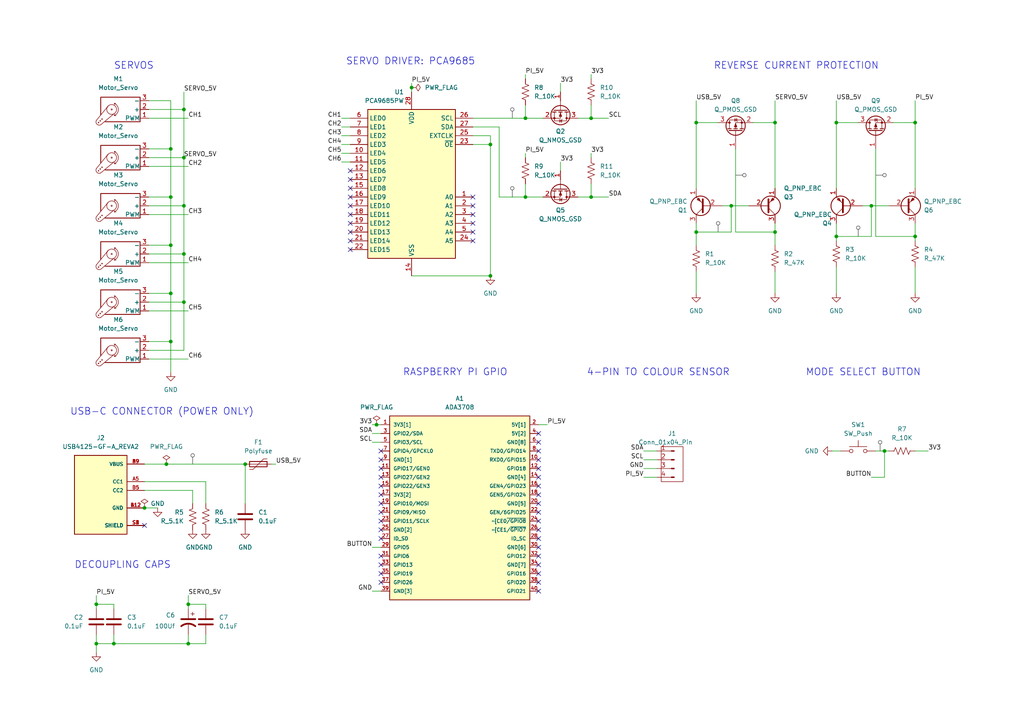
<source format=kicad_sch>
(kicad_sch (version 20230121) (generator eeschema)

  (uuid 3d491445-2d1c-4c6a-a0d3-8feb16d255e4)

  (paper "A4")

  (lib_symbols
    (symbol "Connector:Conn_01x04_Pin" (pin_names (offset 1.016) hide) (in_bom yes) (on_board yes)
      (property "Reference" "J1" (at 0.635 7.62 0)
        (effects (font (size 1.27 1.27)))
      )
      (property "Value" "Conn_01x04_Pin" (at 2.54 5.08 0)
        (effects (font (size 1.27 1.27)))
      )
      (property "Footprint" "" (at 0 0 0)
        (effects (font (size 1.27 1.27)) hide)
      )
      (property "Datasheet" "~" (at 0 0 0)
        (effects (font (size 1.27 1.27)) hide)
      )
      (property "ki_locked" "" (at 0 0 0)
        (effects (font (size 1.27 1.27)))
      )
      (property "ki_keywords" "connector" (at 0 0 0)
        (effects (font (size 1.27 1.27)) hide)
      )
      (property "ki_description" "Generic connector, single row, 01x04, script generated" (at 0 0 0)
        (effects (font (size 1.27 1.27)) hide)
      )
      (property "ki_fp_filters" "Connector*:*_1x??_*" (at 0 0 0)
        (effects (font (size 1.27 1.27)) hide)
      )
      (symbol "Conn_01x04_Pin_1_1"
        (rectangle (start -2.54 3.81) (end 3.81 -6.35)
          (stroke (width 0) (type default))
          (fill (type none))
        )
        (polyline
          (pts
            (xy 1.27 -5.08)
            (xy 0.8636 -5.08)
          )
          (stroke (width 0.1524) (type default))
          (fill (type none))
        )
        (polyline
          (pts
            (xy 1.27 -2.54)
            (xy 0.8636 -2.54)
          )
          (stroke (width 0.1524) (type default))
          (fill (type none))
        )
        (polyline
          (pts
            (xy 1.27 0)
            (xy 0.8636 0)
          )
          (stroke (width 0.1524) (type default))
          (fill (type none))
        )
        (polyline
          (pts
            (xy 1.27 2.54)
            (xy 0.8636 2.54)
          )
          (stroke (width 0.1524) (type default))
          (fill (type none))
        )
        (rectangle (start 0.8636 -4.953) (end 0 -5.207)
          (stroke (width 0.1524) (type default))
          (fill (type outline))
        )
        (rectangle (start 0.8636 -2.413) (end 0 -2.667)
          (stroke (width 0.1524) (type default))
          (fill (type outline))
        )
        (rectangle (start 0.8636 0.127) (end 0 -0.127)
          (stroke (width 0.1524) (type default))
          (fill (type outline))
        )
        (rectangle (start 0.8636 2.667) (end 0 2.413)
          (stroke (width 0.1524) (type default))
          (fill (type outline))
        )
        (pin passive line (at 5.08 2.54 180) (length 3.81)
          (name "Pin_1" (effects (font (size 1.27 1.27))))
          (number "1" (effects (font (size 1.27 1.27))))
        )
        (pin passive line (at 5.08 0 180) (length 3.81)
          (name "Pin_2" (effects (font (size 1.27 1.27))))
          (number "2" (effects (font (size 1.27 1.27))))
        )
        (pin passive line (at 5.08 -2.54 180) (length 3.81)
          (name "Pin_3" (effects (font (size 1.27 1.27))))
          (number "3" (effects (font (size 1.27 1.27))))
        )
        (pin passive line (at 5.08 -5.08 180) (length 3.81)
          (name "Pin_4" (effects (font (size 1.27 1.27))))
          (number "4" (effects (font (size 1.27 1.27))))
        )
      )
    )
    (symbol "Device:C" (pin_numbers hide) (pin_names (offset 0.254)) (in_bom yes) (on_board yes)
      (property "Reference" "C" (at 0.635 2.54 0)
        (effects (font (size 1.27 1.27)) (justify left))
      )
      (property "Value" "C" (at 0.635 -2.54 0)
        (effects (font (size 1.27 1.27)) (justify left))
      )
      (property "Footprint" "" (at 0.9652 -3.81 0)
        (effects (font (size 1.27 1.27)) hide)
      )
      (property "Datasheet" "~" (at 0 0 0)
        (effects (font (size 1.27 1.27)) hide)
      )
      (property "ki_keywords" "cap capacitor" (at 0 0 0)
        (effects (font (size 1.27 1.27)) hide)
      )
      (property "ki_description" "Unpolarized capacitor" (at 0 0 0)
        (effects (font (size 1.27 1.27)) hide)
      )
      (property "ki_fp_filters" "C_*" (at 0 0 0)
        (effects (font (size 1.27 1.27)) hide)
      )
      (symbol "C_0_1"
        (polyline
          (pts
            (xy -2.032 -0.762)
            (xy 2.032 -0.762)
          )
          (stroke (width 0.508) (type default))
          (fill (type none))
        )
        (polyline
          (pts
            (xy -2.032 0.762)
            (xy 2.032 0.762)
          )
          (stroke (width 0.508) (type default))
          (fill (type none))
        )
      )
      (symbol "C_1_1"
        (pin passive line (at 0 3.81 270) (length 2.794)
          (name "~" (effects (font (size 1.27 1.27))))
          (number "1" (effects (font (size 1.27 1.27))))
        )
        (pin passive line (at 0 -3.81 90) (length 2.794)
          (name "~" (effects (font (size 1.27 1.27))))
          (number "2" (effects (font (size 1.27 1.27))))
        )
      )
    )
    (symbol "Device:C_Polarized_US" (pin_numbers hide) (pin_names (offset 0.254) hide) (in_bom yes) (on_board yes)
      (property "Reference" "C" (at 0.635 2.54 0)
        (effects (font (size 1.27 1.27)) (justify left))
      )
      (property "Value" "C_Polarized_US" (at 0.635 -2.54 0)
        (effects (font (size 1.27 1.27)) (justify left))
      )
      (property "Footprint" "" (at 0 0 0)
        (effects (font (size 1.27 1.27)) hide)
      )
      (property "Datasheet" "~" (at 0 0 0)
        (effects (font (size 1.27 1.27)) hide)
      )
      (property "ki_keywords" "cap capacitor" (at 0 0 0)
        (effects (font (size 1.27 1.27)) hide)
      )
      (property "ki_description" "Polarized capacitor, US symbol" (at 0 0 0)
        (effects (font (size 1.27 1.27)) hide)
      )
      (property "ki_fp_filters" "CP_*" (at 0 0 0)
        (effects (font (size 1.27 1.27)) hide)
      )
      (symbol "C_Polarized_US_0_1"
        (polyline
          (pts
            (xy -2.032 0.762)
            (xy 2.032 0.762)
          )
          (stroke (width 0.508) (type default))
          (fill (type none))
        )
        (polyline
          (pts
            (xy -1.778 2.286)
            (xy -0.762 2.286)
          )
          (stroke (width 0) (type default))
          (fill (type none))
        )
        (polyline
          (pts
            (xy -1.27 1.778)
            (xy -1.27 2.794)
          )
          (stroke (width 0) (type default))
          (fill (type none))
        )
        (arc (start 2.032 -1.27) (mid 0 -0.5572) (end -2.032 -1.27)
          (stroke (width 0.508) (type default))
          (fill (type none))
        )
      )
      (symbol "C_Polarized_US_1_1"
        (pin passive line (at 0 3.81 270) (length 2.794)
          (name "~" (effects (font (size 1.27 1.27))))
          (number "1" (effects (font (size 1.27 1.27))))
        )
        (pin passive line (at 0 -3.81 90) (length 3.302)
          (name "~" (effects (font (size 1.27 1.27))))
          (number "2" (effects (font (size 1.27 1.27))))
        )
      )
    )
    (symbol "Device:Polyfuse" (pin_numbers hide) (pin_names (offset 0)) (in_bom yes) (on_board yes)
      (property "Reference" "F" (at -2.54 0 90)
        (effects (font (size 1.27 1.27)))
      )
      (property "Value" "Polyfuse" (at 2.54 0 90)
        (effects (font (size 1.27 1.27)))
      )
      (property "Footprint" "" (at 1.27 -5.08 0)
        (effects (font (size 1.27 1.27)) (justify left) hide)
      )
      (property "Datasheet" "~" (at 0 0 0)
        (effects (font (size 1.27 1.27)) hide)
      )
      (property "ki_keywords" "resettable fuse PTC PPTC polyfuse polyswitch" (at 0 0 0)
        (effects (font (size 1.27 1.27)) hide)
      )
      (property "ki_description" "Resettable fuse, polymeric positive temperature coefficient" (at 0 0 0)
        (effects (font (size 1.27 1.27)) hide)
      )
      (property "ki_fp_filters" "*polyfuse* *PTC*" (at 0 0 0)
        (effects (font (size 1.27 1.27)) hide)
      )
      (symbol "Polyfuse_0_1"
        (rectangle (start -0.762 2.54) (end 0.762 -2.54)
          (stroke (width 0.254) (type default))
          (fill (type none))
        )
        (polyline
          (pts
            (xy 0 2.54)
            (xy 0 -2.54)
          )
          (stroke (width 0) (type default))
          (fill (type none))
        )
        (polyline
          (pts
            (xy -1.524 2.54)
            (xy -1.524 1.524)
            (xy 1.524 -1.524)
            (xy 1.524 -2.54)
          )
          (stroke (width 0) (type default))
          (fill (type none))
        )
      )
      (symbol "Polyfuse_1_1"
        (pin passive line (at 0 3.81 270) (length 1.27)
          (name "~" (effects (font (size 1.27 1.27))))
          (number "1" (effects (font (size 1.27 1.27))))
        )
        (pin passive line (at 0 -3.81 90) (length 1.27)
          (name "~" (effects (font (size 1.27 1.27))))
          (number "2" (effects (font (size 1.27 1.27))))
        )
      )
    )
    (symbol "Device:Q_NMOS_GSD" (pin_names (offset 0) hide) (in_bom yes) (on_board yes)
      (property "Reference" "Q" (at 5.08 1.27 0)
        (effects (font (size 1.27 1.27)) (justify left))
      )
      (property "Value" "Q_NMOS_GSD" (at 5.08 -1.27 0)
        (effects (font (size 1.27 1.27)) (justify left))
      )
      (property "Footprint" "" (at 5.08 2.54 0)
        (effects (font (size 1.27 1.27)) hide)
      )
      (property "Datasheet" "~" (at 0 0 0)
        (effects (font (size 1.27 1.27)) hide)
      )
      (property "ki_keywords" "transistor NMOS N-MOS N-MOSFET" (at 0 0 0)
        (effects (font (size 1.27 1.27)) hide)
      )
      (property "ki_description" "N-MOSFET transistor, gate/source/drain" (at 0 0 0)
        (effects (font (size 1.27 1.27)) hide)
      )
      (symbol "Q_NMOS_GSD_0_1"
        (polyline
          (pts
            (xy 0.254 0)
            (xy -2.54 0)
          )
          (stroke (width 0) (type default))
          (fill (type none))
        )
        (polyline
          (pts
            (xy 0.254 1.905)
            (xy 0.254 -1.905)
          )
          (stroke (width 0.254) (type default))
          (fill (type none))
        )
        (polyline
          (pts
            (xy 0.762 -1.27)
            (xy 0.762 -2.286)
          )
          (stroke (width 0.254) (type default))
          (fill (type none))
        )
        (polyline
          (pts
            (xy 0.762 0.508)
            (xy 0.762 -0.508)
          )
          (stroke (width 0.254) (type default))
          (fill (type none))
        )
        (polyline
          (pts
            (xy 0.762 2.286)
            (xy 0.762 1.27)
          )
          (stroke (width 0.254) (type default))
          (fill (type none))
        )
        (polyline
          (pts
            (xy 2.54 2.54)
            (xy 2.54 1.778)
          )
          (stroke (width 0) (type default))
          (fill (type none))
        )
        (polyline
          (pts
            (xy 2.54 -2.54)
            (xy 2.54 0)
            (xy 0.762 0)
          )
          (stroke (width 0) (type default))
          (fill (type none))
        )
        (polyline
          (pts
            (xy 0.762 -1.778)
            (xy 3.302 -1.778)
            (xy 3.302 1.778)
            (xy 0.762 1.778)
          )
          (stroke (width 0) (type default))
          (fill (type none))
        )
        (polyline
          (pts
            (xy 1.016 0)
            (xy 2.032 0.381)
            (xy 2.032 -0.381)
            (xy 1.016 0)
          )
          (stroke (width 0) (type default))
          (fill (type outline))
        )
        (polyline
          (pts
            (xy 2.794 0.508)
            (xy 2.921 0.381)
            (xy 3.683 0.381)
            (xy 3.81 0.254)
          )
          (stroke (width 0) (type default))
          (fill (type none))
        )
        (polyline
          (pts
            (xy 3.302 0.381)
            (xy 2.921 -0.254)
            (xy 3.683 -0.254)
            (xy 3.302 0.381)
          )
          (stroke (width 0) (type default))
          (fill (type none))
        )
        (circle (center 1.651 0) (radius 2.794)
          (stroke (width 0.254) (type default))
          (fill (type none))
        )
        (circle (center 2.54 -1.778) (radius 0.254)
          (stroke (width 0) (type default))
          (fill (type outline))
        )
        (circle (center 2.54 1.778) (radius 0.254)
          (stroke (width 0) (type default))
          (fill (type outline))
        )
      )
      (symbol "Q_NMOS_GSD_1_1"
        (pin input line (at -5.08 0 0) (length 2.54)
          (name "G" (effects (font (size 1.27 1.27))))
          (number "1" (effects (font (size 1.27 1.27))))
        )
        (pin passive line (at 2.54 -5.08 90) (length 2.54)
          (name "S" (effects (font (size 1.27 1.27))))
          (number "2" (effects (font (size 1.27 1.27))))
        )
        (pin passive line (at 2.54 5.08 270) (length 2.54)
          (name "D" (effects (font (size 1.27 1.27))))
          (number "3" (effects (font (size 1.27 1.27))))
        )
      )
    )
    (symbol "Device:Q_PMOS_GSD" (pin_names (offset 0) hide) (in_bom yes) (on_board yes)
      (property "Reference" "Q" (at 5.08 1.27 0)
        (effects (font (size 1.27 1.27)) (justify left))
      )
      (property "Value" "Q_PMOS_GSD" (at 5.08 -1.27 0)
        (effects (font (size 1.27 1.27)) (justify left))
      )
      (property "Footprint" "" (at 5.08 2.54 0)
        (effects (font (size 1.27 1.27)) hide)
      )
      (property "Datasheet" "~" (at 0 0 0)
        (effects (font (size 1.27 1.27)) hide)
      )
      (property "ki_keywords" "transistor PMOS P-MOS P-MOSFET" (at 0 0 0)
        (effects (font (size 1.27 1.27)) hide)
      )
      (property "ki_description" "P-MOSFET transistor, gate/source/drain" (at 0 0 0)
        (effects (font (size 1.27 1.27)) hide)
      )
      (symbol "Q_PMOS_GSD_0_1"
        (polyline
          (pts
            (xy 0.254 0)
            (xy -2.54 0)
          )
          (stroke (width 0) (type default))
          (fill (type none))
        )
        (polyline
          (pts
            (xy 0.254 1.905)
            (xy 0.254 -1.905)
          )
          (stroke (width 0.254) (type default))
          (fill (type none))
        )
        (polyline
          (pts
            (xy 0.762 -1.27)
            (xy 0.762 -2.286)
          )
          (stroke (width 0.254) (type default))
          (fill (type none))
        )
        (polyline
          (pts
            (xy 0.762 0.508)
            (xy 0.762 -0.508)
          )
          (stroke (width 0.254) (type default))
          (fill (type none))
        )
        (polyline
          (pts
            (xy 0.762 2.286)
            (xy 0.762 1.27)
          )
          (stroke (width 0.254) (type default))
          (fill (type none))
        )
        (polyline
          (pts
            (xy 2.54 2.54)
            (xy 2.54 1.778)
          )
          (stroke (width 0) (type default))
          (fill (type none))
        )
        (polyline
          (pts
            (xy 2.54 -2.54)
            (xy 2.54 0)
            (xy 0.762 0)
          )
          (stroke (width 0) (type default))
          (fill (type none))
        )
        (polyline
          (pts
            (xy 0.762 1.778)
            (xy 3.302 1.778)
            (xy 3.302 -1.778)
            (xy 0.762 -1.778)
          )
          (stroke (width 0) (type default))
          (fill (type none))
        )
        (polyline
          (pts
            (xy 2.286 0)
            (xy 1.27 0.381)
            (xy 1.27 -0.381)
            (xy 2.286 0)
          )
          (stroke (width 0) (type default))
          (fill (type outline))
        )
        (polyline
          (pts
            (xy 2.794 -0.508)
            (xy 2.921 -0.381)
            (xy 3.683 -0.381)
            (xy 3.81 -0.254)
          )
          (stroke (width 0) (type default))
          (fill (type none))
        )
        (polyline
          (pts
            (xy 3.302 -0.381)
            (xy 2.921 0.254)
            (xy 3.683 0.254)
            (xy 3.302 -0.381)
          )
          (stroke (width 0) (type default))
          (fill (type none))
        )
        (circle (center 1.651 0) (radius 2.794)
          (stroke (width 0.254) (type default))
          (fill (type none))
        )
        (circle (center 2.54 -1.778) (radius 0.254)
          (stroke (width 0) (type default))
          (fill (type outline))
        )
        (circle (center 2.54 1.778) (radius 0.254)
          (stroke (width 0) (type default))
          (fill (type outline))
        )
      )
      (symbol "Q_PMOS_GSD_1_1"
        (pin input line (at -5.08 0 0) (length 2.54)
          (name "G" (effects (font (size 1.27 1.27))))
          (number "1" (effects (font (size 1.27 1.27))))
        )
        (pin passive line (at 2.54 -5.08 90) (length 2.54)
          (name "S" (effects (font (size 1.27 1.27))))
          (number "2" (effects (font (size 1.27 1.27))))
        )
        (pin passive line (at 2.54 5.08 270) (length 2.54)
          (name "D" (effects (font (size 1.27 1.27))))
          (number "3" (effects (font (size 1.27 1.27))))
        )
      )
    )
    (symbol "Device:Q_PNP_EBC" (pin_names (offset 0) hide) (in_bom yes) (on_board yes)
      (property "Reference" "Q" (at 5.08 1.27 0)
        (effects (font (size 1.27 1.27)) (justify left))
      )
      (property "Value" "Q_PNP_EBC" (at 5.08 -1.27 0)
        (effects (font (size 1.27 1.27)) (justify left))
      )
      (property "Footprint" "" (at 5.08 2.54 0)
        (effects (font (size 1.27 1.27)) hide)
      )
      (property "Datasheet" "~" (at 0 0 0)
        (effects (font (size 1.27 1.27)) hide)
      )
      (property "ki_keywords" "transistor PNP" (at 0 0 0)
        (effects (font (size 1.27 1.27)) hide)
      )
      (property "ki_description" "PNP transistor, emitter/base/collector" (at 0 0 0)
        (effects (font (size 1.27 1.27)) hide)
      )
      (symbol "Q_PNP_EBC_0_1"
        (polyline
          (pts
            (xy 0.635 0.635)
            (xy 2.54 2.54)
          )
          (stroke (width 0) (type default))
          (fill (type none))
        )
        (polyline
          (pts
            (xy 0.635 -0.635)
            (xy 2.54 -2.54)
            (xy 2.54 -2.54)
          )
          (stroke (width 0) (type default))
          (fill (type none))
        )
        (polyline
          (pts
            (xy 0.635 1.905)
            (xy 0.635 -1.905)
            (xy 0.635 -1.905)
          )
          (stroke (width 0.508) (type default))
          (fill (type none))
        )
        (polyline
          (pts
            (xy 2.286 -1.778)
            (xy 1.778 -2.286)
            (xy 1.27 -1.27)
            (xy 2.286 -1.778)
            (xy 2.286 -1.778)
          )
          (stroke (width 0) (type default))
          (fill (type outline))
        )
        (circle (center 1.27 0) (radius 2.8194)
          (stroke (width 0.254) (type default))
          (fill (type none))
        )
      )
      (symbol "Q_PNP_EBC_1_1"
        (pin passive line (at 2.54 -5.08 90) (length 2.54)
          (name "E" (effects (font (size 1.27 1.27))))
          (number "1" (effects (font (size 1.27 1.27))))
        )
        (pin input line (at -5.08 0 0) (length 5.715)
          (name "B" (effects (font (size 1.27 1.27))))
          (number "2" (effects (font (size 1.27 1.27))))
        )
        (pin passive line (at 2.54 5.08 270) (length 2.54)
          (name "C" (effects (font (size 1.27 1.27))))
          (number "3" (effects (font (size 1.27 1.27))))
        )
      )
    )
    (symbol "Device:R_US" (pin_numbers hide) (pin_names (offset 0)) (in_bom yes) (on_board yes)
      (property "Reference" "R" (at 2.54 0 90)
        (effects (font (size 1.27 1.27)))
      )
      (property "Value" "R_US" (at -2.54 0 90)
        (effects (font (size 1.27 1.27)))
      )
      (property "Footprint" "" (at 1.016 -0.254 90)
        (effects (font (size 1.27 1.27)) hide)
      )
      (property "Datasheet" "~" (at 0 0 0)
        (effects (font (size 1.27 1.27)) hide)
      )
      (property "ki_keywords" "R res resistor" (at 0 0 0)
        (effects (font (size 1.27 1.27)) hide)
      )
      (property "ki_description" "Resistor, US symbol" (at 0 0 0)
        (effects (font (size 1.27 1.27)) hide)
      )
      (property "ki_fp_filters" "R_*" (at 0 0 0)
        (effects (font (size 1.27 1.27)) hide)
      )
      (symbol "R_US_0_1"
        (polyline
          (pts
            (xy 0 -2.286)
            (xy 0 -2.54)
          )
          (stroke (width 0) (type default))
          (fill (type none))
        )
        (polyline
          (pts
            (xy 0 2.286)
            (xy 0 2.54)
          )
          (stroke (width 0) (type default))
          (fill (type none))
        )
        (polyline
          (pts
            (xy 0 -0.762)
            (xy 1.016 -1.143)
            (xy 0 -1.524)
            (xy -1.016 -1.905)
            (xy 0 -2.286)
          )
          (stroke (width 0) (type default))
          (fill (type none))
        )
        (polyline
          (pts
            (xy 0 0.762)
            (xy 1.016 0.381)
            (xy 0 0)
            (xy -1.016 -0.381)
            (xy 0 -0.762)
          )
          (stroke (width 0) (type default))
          (fill (type none))
        )
        (polyline
          (pts
            (xy 0 2.286)
            (xy 1.016 1.905)
            (xy 0 1.524)
            (xy -1.016 1.143)
            (xy 0 0.762)
          )
          (stroke (width 0) (type default))
          (fill (type none))
        )
      )
      (symbol "R_US_1_1"
        (pin passive line (at 0 3.81 270) (length 1.27)
          (name "~" (effects (font (size 1.27 1.27))))
          (number "1" (effects (font (size 1.27 1.27))))
        )
        (pin passive line (at 0 -3.81 90) (length 1.27)
          (name "~" (effects (font (size 1.27 1.27))))
          (number "2" (effects (font (size 1.27 1.27))))
        )
      )
    )
    (symbol "Driver_LED:PCA9685PW" (in_bom yes) (on_board yes)
      (property "Reference" "U" (at -12.7 22.225 0)
        (effects (font (size 1.27 1.27)) (justify left))
      )
      (property "Value" "PCA9685PW" (at 1.27 22.225 0)
        (effects (font (size 1.27 1.27)) (justify left))
      )
      (property "Footprint" "Package_SO:TSSOP-28_4.4x9.7mm_P0.65mm" (at 0.635 -24.765 0)
        (effects (font (size 1.27 1.27)) (justify left) hide)
      )
      (property "Datasheet" "http://www.nxp.com/docs/en/data-sheet/PCA9685.pdf" (at -10.16 17.78 0)
        (effects (font (size 1.27 1.27)) hide)
      )
      (property "ki_keywords" "PWM LED driver I2C TSSOP" (at 0 0 0)
        (effects (font (size 1.27 1.27)) hide)
      )
      (property "ki_description" "16-channel 12-bit PWM Fm+ I2C-bus LED controller RGBA TSSOP" (at 0 0 0)
        (effects (font (size 1.27 1.27)) hide)
      )
      (property "ki_fp_filters" "TSSOP*4.4x9.7mm*P0.65mm*" (at 0 0 0)
        (effects (font (size 1.27 1.27)) hide)
      )
      (symbol "PCA9685PW_0_1"
        (rectangle (start -12.7 20.32) (end 12.7 -22.86)
          (stroke (width 0.254) (type default))
          (fill (type background))
        )
      )
      (symbol "PCA9685PW_1_1"
        (pin input line (at -17.78 -5.08 0) (length 5.08)
          (name "A0" (effects (font (size 1.27 1.27))))
          (number "1" (effects (font (size 1.27 1.27))))
        )
        (pin output line (at 17.78 7.62 180) (length 5.08)
          (name "LED4" (effects (font (size 1.27 1.27))))
          (number "10" (effects (font (size 1.27 1.27))))
        )
        (pin output line (at 17.78 5.08 180) (length 5.08)
          (name "LED5" (effects (font (size 1.27 1.27))))
          (number "11" (effects (font (size 1.27 1.27))))
        )
        (pin output line (at 17.78 2.54 180) (length 5.08)
          (name "LED6" (effects (font (size 1.27 1.27))))
          (number "12" (effects (font (size 1.27 1.27))))
        )
        (pin output line (at 17.78 0 180) (length 5.08)
          (name "LED7" (effects (font (size 1.27 1.27))))
          (number "13" (effects (font (size 1.27 1.27))))
        )
        (pin power_in line (at 0 -27.94 90) (length 5.08)
          (name "VSS" (effects (font (size 1.27 1.27))))
          (number "14" (effects (font (size 1.27 1.27))))
        )
        (pin output line (at 17.78 -2.54 180) (length 5.08)
          (name "LED8" (effects (font (size 1.27 1.27))))
          (number "15" (effects (font (size 1.27 1.27))))
        )
        (pin output line (at 17.78 -5.08 180) (length 5.08)
          (name "LED9" (effects (font (size 1.27 1.27))))
          (number "16" (effects (font (size 1.27 1.27))))
        )
        (pin output line (at 17.78 -7.62 180) (length 5.08)
          (name "LED10" (effects (font (size 1.27 1.27))))
          (number "17" (effects (font (size 1.27 1.27))))
        )
        (pin output line (at 17.78 -10.16 180) (length 5.08)
          (name "LED11" (effects (font (size 1.27 1.27))))
          (number "18" (effects (font (size 1.27 1.27))))
        )
        (pin output line (at 17.78 -12.7 180) (length 5.08)
          (name "LED12" (effects (font (size 1.27 1.27))))
          (number "19" (effects (font (size 1.27 1.27))))
        )
        (pin input line (at -17.78 -7.62 0) (length 5.08)
          (name "A1" (effects (font (size 1.27 1.27))))
          (number "2" (effects (font (size 1.27 1.27))))
        )
        (pin output line (at 17.78 -15.24 180) (length 5.08)
          (name "LED13" (effects (font (size 1.27 1.27))))
          (number "20" (effects (font (size 1.27 1.27))))
        )
        (pin output line (at 17.78 -17.78 180) (length 5.08)
          (name "LED14" (effects (font (size 1.27 1.27))))
          (number "21" (effects (font (size 1.27 1.27))))
        )
        (pin output line (at 17.78 -20.32 180) (length 5.08)
          (name "LED15" (effects (font (size 1.27 1.27))))
          (number "22" (effects (font (size 1.27 1.27))))
        )
        (pin input line (at -17.78 10.16 0) (length 5.08)
          (name "~{OE}" (effects (font (size 1.27 1.27))))
          (number "23" (effects (font (size 1.27 1.27))))
        )
        (pin input line (at -17.78 -17.78 0) (length 5.08)
          (name "A5" (effects (font (size 1.27 1.27))))
          (number "24" (effects (font (size 1.27 1.27))))
        )
        (pin input line (at -17.78 12.7 0) (length 5.08)
          (name "EXTCLK" (effects (font (size 1.27 1.27))))
          (number "25" (effects (font (size 1.27 1.27))))
        )
        (pin input line (at -17.78 17.78 0) (length 5.08)
          (name "SCL" (effects (font (size 1.27 1.27))))
          (number "26" (effects (font (size 1.27 1.27))))
        )
        (pin bidirectional line (at -17.78 15.24 0) (length 5.08)
          (name "SDA" (effects (font (size 1.27 1.27))))
          (number "27" (effects (font (size 1.27 1.27))))
        )
        (pin power_in line (at 0 25.4 270) (length 5.08)
          (name "VDD" (effects (font (size 1.27 1.27))))
          (number "28" (effects (font (size 1.27 1.27))))
        )
        (pin input line (at -17.78 -10.16 0) (length 5.08)
          (name "A2" (effects (font (size 1.27 1.27))))
          (number "3" (effects (font (size 1.27 1.27))))
        )
        (pin input line (at -17.78 -12.7 0) (length 5.08)
          (name "A3" (effects (font (size 1.27 1.27))))
          (number "4" (effects (font (size 1.27 1.27))))
        )
        (pin input line (at -17.78 -15.24 0) (length 5.08)
          (name "A4" (effects (font (size 1.27 1.27))))
          (number "5" (effects (font (size 1.27 1.27))))
        )
        (pin output line (at 17.78 17.78 180) (length 5.08)
          (name "LED0" (effects (font (size 1.27 1.27))))
          (number "6" (effects (font (size 1.27 1.27))))
        )
        (pin output line (at 17.78 15.24 180) (length 5.08)
          (name "LED1" (effects (font (size 1.27 1.27))))
          (number "7" (effects (font (size 1.27 1.27))))
        )
        (pin output line (at 17.78 12.7 180) (length 5.08)
          (name "LED2" (effects (font (size 1.27 1.27))))
          (number "8" (effects (font (size 1.27 1.27))))
        )
        (pin output line (at 17.78 10.16 180) (length 5.08)
          (name "LED3" (effects (font (size 1.27 1.27))))
          (number "9" (effects (font (size 1.27 1.27))))
        )
      )
    )
    (symbol "Motor:Motor_Servo" (pin_names (offset 0.0254)) (in_bom yes) (on_board yes)
      (property "Reference" "M" (at -5.08 4.445 0)
        (effects (font (size 1.27 1.27)) (justify left))
      )
      (property "Value" "Motor_Servo" (at -5.08 -4.064 0)
        (effects (font (size 1.27 1.27)) (justify left top))
      )
      (property "Footprint" "" (at 0 -4.826 0)
        (effects (font (size 1.27 1.27)) hide)
      )
      (property "Datasheet" "http://forums.parallax.com/uploads/attachments/46831/74481.png" (at 0 -4.826 0)
        (effects (font (size 1.27 1.27)) hide)
      )
      (property "ki_keywords" "Servo Motor" (at 0 0 0)
        (effects (font (size 1.27 1.27)) hide)
      )
      (property "ki_description" "Servo Motor (Futaba, HiTec, JR connector)" (at 0 0 0)
        (effects (font (size 1.27 1.27)) hide)
      )
      (property "ki_fp_filters" "PinHeader*P2.54mm*" (at 0 0 0)
        (effects (font (size 1.27 1.27)) hide)
      )
      (symbol "Motor_Servo_0_1"
        (polyline
          (pts
            (xy 2.413 -1.778)
            (xy 2.032 -1.778)
          )
          (stroke (width 0) (type default))
          (fill (type none))
        )
        (polyline
          (pts
            (xy 2.413 -1.778)
            (xy 2.286 -1.397)
          )
          (stroke (width 0) (type default))
          (fill (type none))
        )
        (polyline
          (pts
            (xy 2.413 1.778)
            (xy 1.905 1.778)
          )
          (stroke (width 0) (type default))
          (fill (type none))
        )
        (polyline
          (pts
            (xy 2.413 1.778)
            (xy 2.286 1.397)
          )
          (stroke (width 0) (type default))
          (fill (type none))
        )
        (polyline
          (pts
            (xy 6.35 4.445)
            (xy 2.54 1.27)
          )
          (stroke (width 0) (type default))
          (fill (type none))
        )
        (polyline
          (pts
            (xy 7.62 3.175)
            (xy 4.191 -1.016)
          )
          (stroke (width 0) (type default))
          (fill (type none))
        )
        (polyline
          (pts
            (xy 5.08 3.556)
            (xy -5.08 3.556)
            (xy -5.08 -3.556)
            (xy 6.35 -3.556)
            (xy 6.35 1.524)
          )
          (stroke (width 0.254) (type default))
          (fill (type none))
        )
        (arc (start 2.413 1.778) (mid 1.2406 0) (end 2.413 -1.778)
          (stroke (width 0) (type default))
          (fill (type none))
        )
        (circle (center 3.175 0) (radius 0.1778)
          (stroke (width 0) (type default))
          (fill (type none))
        )
        (circle (center 3.175 0) (radius 1.4224)
          (stroke (width 0) (type default))
          (fill (type none))
        )
        (circle (center 5.969 2.794) (radius 0.127)
          (stroke (width 0) (type default))
          (fill (type none))
        )
        (circle (center 6.477 3.302) (radius 0.127)
          (stroke (width 0) (type default))
          (fill (type none))
        )
        (circle (center 6.985 3.81) (radius 0.127)
          (stroke (width 0) (type default))
          (fill (type none))
        )
        (arc (start 7.62 3.175) (mid 7.4485 4.2735) (end 6.35 4.445)
          (stroke (width 0) (type default))
          (fill (type none))
        )
      )
      (symbol "Motor_Servo_1_1"
        (pin passive line (at -7.62 2.54 0) (length 2.54)
          (name "PWM" (effects (font (size 1.27 1.27))))
          (number "1" (effects (font (size 1.27 1.27))))
        )
        (pin passive line (at -7.62 0 0) (length 2.54)
          (name "+" (effects (font (size 1.27 1.27))))
          (number "2" (effects (font (size 1.27 1.27))))
        )
        (pin passive line (at -7.62 -2.54 0) (length 2.54)
          (name "-" (effects (font (size 1.27 1.27))))
          (number "3" (effects (font (size 1.27 1.27))))
        )
      )
    )
    (symbol "Switch:SW_Push" (pin_numbers hide) (pin_names (offset 1.016) hide) (in_bom yes) (on_board yes)
      (property "Reference" "SW" (at 1.27 2.54 0)
        (effects (font (size 1.27 1.27)) (justify left))
      )
      (property "Value" "SW_Push" (at 0 -1.524 0)
        (effects (font (size 1.27 1.27)))
      )
      (property "Footprint" "" (at 0 5.08 0)
        (effects (font (size 1.27 1.27)) hide)
      )
      (property "Datasheet" "~" (at 0 5.08 0)
        (effects (font (size 1.27 1.27)) hide)
      )
      (property "ki_keywords" "switch normally-open pushbutton push-button" (at 0 0 0)
        (effects (font (size 1.27 1.27)) hide)
      )
      (property "ki_description" "Push button switch, generic, two pins" (at 0 0 0)
        (effects (font (size 1.27 1.27)) hide)
      )
      (symbol "SW_Push_0_1"
        (circle (center -2.032 0) (radius 0.508)
          (stroke (width 0) (type default))
          (fill (type none))
        )
        (polyline
          (pts
            (xy 0 1.27)
            (xy 0 3.048)
          )
          (stroke (width 0) (type default))
          (fill (type none))
        )
        (polyline
          (pts
            (xy 2.54 1.27)
            (xy -2.54 1.27)
          )
          (stroke (width 0) (type default))
          (fill (type none))
        )
        (circle (center 2.032 0) (radius 0.508)
          (stroke (width 0) (type default))
          (fill (type none))
        )
        (pin passive line (at -5.08 0 0) (length 2.54)
          (name "1" (effects (font (size 1.27 1.27))))
          (number "1" (effects (font (size 1.27 1.27))))
        )
        (pin passive line (at 5.08 0 180) (length 2.54)
          (name "2" (effects (font (size 1.27 1.27))))
          (number "2" (effects (font (size 1.27 1.27))))
        )
      )
    )
    (symbol "USB4125-GF-A_REVA2:USB4125-GF-A_REVA2" (pin_names (offset 1.016)) (in_bom yes) (on_board yes)
      (property "Reference" "J" (at -7.62 10.922 0)
        (effects (font (size 1.27 1.27)) (justify left bottom))
      )
      (property "Value" "USB4125-GF-A_REVA2" (at -7.62 -13.462 0)
        (effects (font (size 1.27 1.27)) (justify left top))
      )
      (property "Footprint" "GCT_USB4125-GF-A_REVA2" (at 0 0 0)
        (effects (font (size 1.27 1.27)) (justify bottom) hide)
      )
      (property "Datasheet" "" (at 0 0 0)
        (effects (font (size 1.27 1.27)) hide)
      )
      (property "MF" "Global Connector Technology" (at 0 0 0)
        (effects (font (size 1.27 1.27)) (justify bottom) hide)
      )
      (property "MAXIMUM_PACKAGE_HEIGHT" "3.16 mm" (at 0 0 0)
        (effects (font (size 1.27 1.27)) (justify bottom) hide)
      )
      (property "Package" "None" (at 0 0 0)
        (effects (font (size 1.27 1.27)) (justify bottom) hide)
      )
      (property "Price" "None" (at 0 0 0)
        (effects (font (size 1.27 1.27)) (justify bottom) hide)
      )
      (property "Check_prices" "https://www.snapeda.com/parts/USB4125-GF-A/Global+Connector+Technology/view-part/?ref=eda" (at 0 0 0)
        (effects (font (size 1.27 1.27)) (justify bottom) hide)
      )
      (property "STANDARD" "Manufacturer Recommendations" (at 0 0 0)
        (effects (font (size 1.27 1.27)) (justify bottom) hide)
      )
      (property "PARTREV" "Rev A2" (at 0 0 0)
        (effects (font (size 1.27 1.27)) (justify bottom) hide)
      )
      (property "SnapEDA_Link" "https://www.snapeda.com/parts/USB4125-GF-A/Global+Connector+Technology/view-part/?ref=snap" (at 0 0 0)
        (effects (font (size 1.27 1.27)) (justify bottom) hide)
      )
      (property "MP" "USB4125-GF-A" (at 0 0 0)
        (effects (font (size 1.27 1.27)) (justify bottom) hide)
      )
      (property "Description" "\nUSB Charge Only Connector Type C Horizontal Receptacle, 3.16mm profile, 6 Pins, Surface mount, Top mount, low cost\n" (at 0 0 0)
        (effects (font (size 1.27 1.27)) (justify bottom) hide)
      )
      (property "Availability" "In Stock" (at 0 0 0)
        (effects (font (size 1.27 1.27)) (justify bottom) hide)
      )
      (property "MANUFACTURER" "GCT" (at 0 0 0)
        (effects (font (size 1.27 1.27)) (justify bottom) hide)
      )
      (symbol "USB4125-GF-A_REVA2_0_0"
        (rectangle (start -7.62 -12.7) (end 7.62 10.16)
          (stroke (width 0.254) (type default))
          (fill (type background))
        )
        (pin power_in line (at -12.7 -5.08 0) (length 5.08)
          (name "GND" (effects (font (size 1.016 1.016))))
          (number "A12" (effects (font (size 1.016 1.016))))
        )
        (pin bidirectional line (at -12.7 2.54 0) (length 5.08)
          (name "CC1" (effects (font (size 1.016 1.016))))
          (number "A5" (effects (font (size 1.016 1.016))))
        )
        (pin power_in line (at -12.7 7.62 0) (length 5.08)
          (name "VBUS" (effects (font (size 1.016 1.016))))
          (number "A9" (effects (font (size 1.016 1.016))))
        )
        (pin power_in line (at -12.7 -5.08 0) (length 5.08)
          (name "GND" (effects (font (size 1.016 1.016))))
          (number "B12" (effects (font (size 1.016 1.016))))
        )
        (pin bidirectional line (at -12.7 0 0) (length 5.08)
          (name "CC2" (effects (font (size 1.016 1.016))))
          (number "B5" (effects (font (size 1.016 1.016))))
        )
        (pin power_in line (at -12.7 7.62 0) (length 5.08)
          (name "VBUS" (effects (font (size 1.016 1.016))))
          (number "B9" (effects (font (size 1.016 1.016))))
        )
        (pin passive line (at -12.7 -10.16 0) (length 5.08)
          (name "SHIELD" (effects (font (size 1.016 1.016))))
          (number "S1" (effects (font (size 1.016 1.016))))
        )
        (pin passive line (at -12.7 -10.16 0) (length 5.08)
          (name "SHIELD" (effects (font (size 1.016 1.016))))
          (number "S2" (effects (font (size 1.016 1.016))))
        )
        (pin passive line (at -12.7 -10.16 0) (length 5.08)
          (name "SHIELD" (effects (font (size 1.016 1.016))))
          (number "S3" (effects (font (size 1.016 1.016))))
        )
        (pin passive line (at -12.7 -10.16 0) (length 5.08)
          (name "SHIELD" (effects (font (size 1.016 1.016))))
          (number "S4" (effects (font (size 1.016 1.016))))
        )
      )
    )
    (symbol "pizero:ADA3708" (pin_names (offset 1.016)) (in_bom yes) (on_board yes)
      (property "Reference" "A" (at -20.34 26.6962 0)
        (effects (font (size 1.27 1.27)) (justify left bottom))
      )
      (property "Value" "ADA3708" (at -20.3391 -30.5087 0)
        (effects (font (size 1.27 1.27)) (justify left bottom))
      )
      (property "Footprint" "ADA3708_RPI-ZERO" (at 0 0 0)
        (effects (font (size 1.27 1.27)) (justify bottom) hide)
      )
      (property "Datasheet" "" (at 0 0 0)
        (effects (font (size 1.27 1.27)) hide)
      )
      (property "MF" "Adafruit Industries" (at 0 0 0)
        (effects (font (size 1.27 1.27)) (justify bottom) hide)
      )
      (property "Description" "\nRaspberry Pi Zero WH (Zero W with Headers)\n" (at 0 0 0)
        (effects (font (size 1.27 1.27)) (justify bottom) hide)
      )
      (property "Package" "None" (at 0 0 0)
        (effects (font (size 1.27 1.27)) (justify bottom) hide)
      )
      (property "Price" "None" (at 0 0 0)
        (effects (font (size 1.27 1.27)) (justify bottom) hide)
      )
      (property "Check_prices" "https://www.snapeda.com/parts/ADA3708/Adafruit+Industries+LLC/view-part/?ref=eda" (at 0 0 0)
        (effects (font (size 1.27 1.27)) (justify bottom) hide)
      )
      (property "STANDARD" "MAnufactutrer Recommendations" (at 0 0 0)
        (effects (font (size 1.27 1.27)) (justify bottom) hide)
      )
      (property "SnapEDA_Link" "https://www.snapeda.com/parts/ADA3708/Adafruit+Industries+LLC/view-part/?ref=snap" (at 0 0 0)
        (effects (font (size 1.27 1.27)) (justify bottom) hide)
      )
      (property "MP" "ADA3708" (at 0 0 0)
        (effects (font (size 1.27 1.27)) (justify bottom) hide)
      )
      (property "Availability" "Not in stock" (at 0 0 0)
        (effects (font (size 1.27 1.27)) (justify bottom) hide)
      )
      (property "MANUFACTURER" "Raspberry" (at 0 0 0)
        (effects (font (size 1.27 1.27)) (justify bottom) hide)
      )
      (symbol "ADA3708_0_0"
        (rectangle (start -20.32 -27.94) (end 20.32 25.4)
          (stroke (width 0.254) (type default))
          (fill (type background))
        )
        (pin power_in line (at -22.86 22.86 0) (length 2.54)
          (name "3V3[1]" (effects (font (size 1.016 1.016))))
          (number "1" (effects (font (size 1.016 1.016))))
        )
        (pin bidirectional line (at 22.86 12.7 180) (length 2.54)
          (name "RXD0/GPIO15" (effects (font (size 1.016 1.016))))
          (number "10" (effects (font (size 1.016 1.016))))
        )
        (pin bidirectional line (at -22.86 10.16 0) (length 2.54)
          (name "GPIO17/GEN0" (effects (font (size 1.016 1.016))))
          (number "11" (effects (font (size 1.016 1.016))))
        )
        (pin bidirectional line (at 22.86 10.16 180) (length 2.54)
          (name "GPIO18" (effects (font (size 1.016 1.016))))
          (number "12" (effects (font (size 1.016 1.016))))
        )
        (pin bidirectional line (at -22.86 7.62 0) (length 2.54)
          (name "GPIO27/GEN2" (effects (font (size 1.016 1.016))))
          (number "13" (effects (font (size 1.016 1.016))))
        )
        (pin power_in line (at 22.86 7.62 180) (length 2.54)
          (name "GND[4]" (effects (font (size 1.016 1.016))))
          (number "14" (effects (font (size 1.016 1.016))))
        )
        (pin bidirectional line (at -22.86 5.08 0) (length 2.54)
          (name "GPIO22/GEN3" (effects (font (size 1.016 1.016))))
          (number "15" (effects (font (size 1.016 1.016))))
        )
        (pin bidirectional line (at 22.86 5.08 180) (length 2.54)
          (name "GEN4/GPIO23" (effects (font (size 1.016 1.016))))
          (number "16" (effects (font (size 1.016 1.016))))
        )
        (pin power_in line (at -22.86 2.54 0) (length 2.54)
          (name "3V3[2]" (effects (font (size 1.016 1.016))))
          (number "17" (effects (font (size 1.016 1.016))))
        )
        (pin bidirectional line (at 22.86 2.54 180) (length 2.54)
          (name "GEN5/GPIO24" (effects (font (size 1.016 1.016))))
          (number "18" (effects (font (size 1.016 1.016))))
        )
        (pin bidirectional line (at -22.86 0 0) (length 2.54)
          (name "GPIO10/MOSI" (effects (font (size 1.016 1.016))))
          (number "19" (effects (font (size 1.016 1.016))))
        )
        (pin power_in line (at 22.86 22.86 180) (length 2.54)
          (name "5V[1]" (effects (font (size 1.016 1.016))))
          (number "2" (effects (font (size 1.016 1.016))))
        )
        (pin power_in line (at 22.86 0 180) (length 2.54)
          (name "GND[5]" (effects (font (size 1.016 1.016))))
          (number "20" (effects (font (size 1.016 1.016))))
        )
        (pin bidirectional line (at -22.86 -2.54 0) (length 2.54)
          (name "GPIO9/MISO" (effects (font (size 1.016 1.016))))
          (number "21" (effects (font (size 1.016 1.016))))
        )
        (pin bidirectional line (at 22.86 -2.54 180) (length 2.54)
          (name "GEN/6GPIO25" (effects (font (size 1.016 1.016))))
          (number "22" (effects (font (size 1.016 1.016))))
        )
        (pin bidirectional line (at -22.86 -5.08 0) (length 2.54)
          (name "GPIO11/SCLK" (effects (font (size 1.016 1.016))))
          (number "23" (effects (font (size 1.016 1.016))))
        )
        (pin bidirectional line (at 22.86 -5.08 180) (length 2.54)
          (name "~{CE0~{/GPIO8}" (effects (font (size 1.016 1.016))))
          (number "24" (effects (font (size 1.016 1.016))))
        )
        (pin power_in line (at -22.86 -7.62 0) (length 2.54)
          (name "GND[2]" (effects (font (size 1.016 1.016))))
          (number "25" (effects (font (size 1.016 1.016))))
        )
        (pin bidirectional line (at 22.86 -7.62 180) (length 2.54)
          (name "~{CE1/~{GPIO7}" (effects (font (size 1.016 1.016))))
          (number "26" (effects (font (size 1.016 1.016))))
        )
        (pin bidirectional line (at -22.86 -10.16 0) (length 2.54)
          (name "ID_SD" (effects (font (size 1.016 1.016))))
          (number "27" (effects (font (size 1.016 1.016))))
        )
        (pin bidirectional line (at 22.86 -10.16 180) (length 2.54)
          (name "ID_SC" (effects (font (size 1.016 1.016))))
          (number "28" (effects (font (size 1.016 1.016))))
        )
        (pin bidirectional line (at -22.86 -12.7 0) (length 2.54)
          (name "GPIO5" (effects (font (size 1.016 1.016))))
          (number "29" (effects (font (size 1.016 1.016))))
        )
        (pin bidirectional line (at -22.86 20.32 0) (length 2.54)
          (name "GPIO2/SDA" (effects (font (size 1.016 1.016))))
          (number "3" (effects (font (size 1.016 1.016))))
        )
        (pin power_in line (at 22.86 -12.7 180) (length 2.54)
          (name "GND[6]" (effects (font (size 1.016 1.016))))
          (number "30" (effects (font (size 1.016 1.016))))
        )
        (pin bidirectional line (at -22.86 -15.24 0) (length 2.54)
          (name "GPIO6" (effects (font (size 1.016 1.016))))
          (number "31" (effects (font (size 1.016 1.016))))
        )
        (pin bidirectional line (at 22.86 -15.24 180) (length 2.54)
          (name "GPIO12" (effects (font (size 1.016 1.016))))
          (number "32" (effects (font (size 1.016 1.016))))
        )
        (pin bidirectional line (at -22.86 -17.78 0) (length 2.54)
          (name "GPIO13" (effects (font (size 1.016 1.016))))
          (number "33" (effects (font (size 1.016 1.016))))
        )
        (pin power_in line (at 22.86 -17.78 180) (length 2.54)
          (name "GND[7]" (effects (font (size 1.016 1.016))))
          (number "34" (effects (font (size 1.016 1.016))))
        )
        (pin bidirectional line (at -22.86 -20.32 0) (length 2.54)
          (name "GPIO19" (effects (font (size 1.016 1.016))))
          (number "35" (effects (font (size 1.016 1.016))))
        )
        (pin bidirectional line (at 22.86 -20.32 180) (length 2.54)
          (name "GPIO16" (effects (font (size 1.016 1.016))))
          (number "36" (effects (font (size 1.016 1.016))))
        )
        (pin bidirectional line (at -22.86 -22.86 0) (length 2.54)
          (name "GPIO26" (effects (font (size 1.016 1.016))))
          (number "37" (effects (font (size 1.016 1.016))))
        )
        (pin bidirectional line (at 22.86 -22.86 180) (length 2.54)
          (name "GPIO20" (effects (font (size 1.016 1.016))))
          (number "38" (effects (font (size 1.016 1.016))))
        )
        (pin power_in line (at -22.86 -25.4 0) (length 2.54)
          (name "GND[3]" (effects (font (size 1.016 1.016))))
          (number "39" (effects (font (size 1.016 1.016))))
        )
        (pin power_in line (at 22.86 20.32 180) (length 2.54)
          (name "5V[2]" (effects (font (size 1.016 1.016))))
          (number "4" (effects (font (size 1.016 1.016))))
        )
        (pin bidirectional line (at 22.86 -25.4 180) (length 2.54)
          (name "GPIO21" (effects (font (size 1.016 1.016))))
          (number "40" (effects (font (size 1.016 1.016))))
        )
        (pin bidirectional line (at -22.86 17.78 0) (length 2.54)
          (name "GPIO3/SCL" (effects (font (size 1.016 1.016))))
          (number "5" (effects (font (size 1.016 1.016))))
        )
        (pin power_in line (at 22.86 17.78 180) (length 2.54)
          (name "GND[8]" (effects (font (size 1.016 1.016))))
          (number "6" (effects (font (size 1.016 1.016))))
        )
        (pin bidirectional line (at -22.86 15.24 0) (length 2.54)
          (name "GPIO4/GPCKL0" (effects (font (size 1.016 1.016))))
          (number "7" (effects (font (size 1.016 1.016))))
        )
        (pin bidirectional line (at 22.86 15.24 180) (length 2.54)
          (name "TXD0/GPIO14" (effects (font (size 1.016 1.016))))
          (number "8" (effects (font (size 1.016 1.016))))
        )
        (pin power_in line (at -22.86 12.7 0) (length 2.54)
          (name "GND[1]" (effects (font (size 1.016 1.016))))
          (number "9" (effects (font (size 1.016 1.016))))
        )
      )
    )
    (symbol "power:GND" (power) (pin_names (offset 0)) (in_bom yes) (on_board yes)
      (property "Reference" "#PWR" (at 0 -6.35 0)
        (effects (font (size 1.27 1.27)) hide)
      )
      (property "Value" "GND" (at 0 -3.81 0)
        (effects (font (size 1.27 1.27)))
      )
      (property "Footprint" "" (at 0 0 0)
        (effects (font (size 1.27 1.27)) hide)
      )
      (property "Datasheet" "" (at 0 0 0)
        (effects (font (size 1.27 1.27)) hide)
      )
      (property "ki_keywords" "global power" (at 0 0 0)
        (effects (font (size 1.27 1.27)) hide)
      )
      (property "ki_description" "Power symbol creates a global label with name \"GND\" , ground" (at 0 0 0)
        (effects (font (size 1.27 1.27)) hide)
      )
      (symbol "GND_0_1"
        (polyline
          (pts
            (xy 0 0)
            (xy 0 -1.27)
            (xy 1.27 -1.27)
            (xy 0 -2.54)
            (xy -1.27 -1.27)
            (xy 0 -1.27)
          )
          (stroke (width 0) (type default))
          (fill (type none))
        )
      )
      (symbol "GND_1_1"
        (pin power_in line (at 0 0 270) (length 0) hide
          (name "GND" (effects (font (size 1.27 1.27))))
          (number "1" (effects (font (size 1.27 1.27))))
        )
      )
    )
    (symbol "power:PWR_FLAG" (power) (pin_numbers hide) (pin_names (offset 0) hide) (in_bom yes) (on_board yes)
      (property "Reference" "#FLG" (at 0 1.905 0)
        (effects (font (size 1.27 1.27)) hide)
      )
      (property "Value" "PWR_FLAG" (at 0 3.81 0)
        (effects (font (size 1.27 1.27)))
      )
      (property "Footprint" "" (at 0 0 0)
        (effects (font (size 1.27 1.27)) hide)
      )
      (property "Datasheet" "~" (at 0 0 0)
        (effects (font (size 1.27 1.27)) hide)
      )
      (property "ki_keywords" "flag power" (at 0 0 0)
        (effects (font (size 1.27 1.27)) hide)
      )
      (property "ki_description" "Special symbol for telling ERC where power comes from" (at 0 0 0)
        (effects (font (size 1.27 1.27)) hide)
      )
      (symbol "PWR_FLAG_0_0"
        (pin power_out line (at 0 0 90) (length 0)
          (name "pwr" (effects (font (size 1.27 1.27))))
          (number "1" (effects (font (size 1.27 1.27))))
        )
      )
      (symbol "PWR_FLAG_0_1"
        (polyline
          (pts
            (xy 0 0)
            (xy 0 1.27)
            (xy -1.016 1.905)
            (xy 0 2.54)
            (xy 1.016 1.905)
            (xy 0 1.27)
          )
          (stroke (width 0) (type default))
          (fill (type none))
        )
      )
    )
  )

  (junction (at 33.02 186.69) (diameter 0) (color 0 0 0 0)
    (uuid 069b24c8-5721-44aa-a1bb-46351fca2c0e)
  )
  (junction (at 71.12 134.62) (diameter 0) (color 0 0 0 0)
    (uuid 0997ede4-354c-4db8-8cb1-293dd3592665)
  )
  (junction (at 53.34 59.69) (diameter 0) (color 0 0 0 0)
    (uuid 0f2149b0-edb5-4158-834c-d033e90b67b0)
  )
  (junction (at 41.91 147.32) (diameter 0) (color 0 0 0 0)
    (uuid 15675b54-52ee-4906-9774-fe1e78fd4593)
  )
  (junction (at 142.24 80.01) (diameter 0) (color 0 0 0 0)
    (uuid 19817a78-75a3-4f2f-af32-04532bf4d66d)
  )
  (junction (at 48.26 134.62) (diameter 0) (color 0 0 0 0)
    (uuid 1cb2dcd7-f822-40fc-831a-5cdbabf6733f)
  )
  (junction (at 54.61 175.26) (diameter 0) (color 0 0 0 0)
    (uuid 2045ae5c-8c55-4301-ae16-939fdbcb40e3)
  )
  (junction (at 53.34 87.63) (diameter 0) (color 0 0 0 0)
    (uuid 2237b5a4-301e-4199-b808-b3c9b8e76084)
  )
  (junction (at 265.43 35.56) (diameter 0) (color 0 0 0 0)
    (uuid 22798da1-746a-4d0d-9938-27afa2c9b858)
  )
  (junction (at 171.45 57.15) (diameter 0) (color 0 0 0 0)
    (uuid 262c9bd0-e28b-437f-9f9f-8b080c3aadc5)
  )
  (junction (at 53.34 45.72) (diameter 0) (color 0 0 0 0)
    (uuid 2f07d9c8-f1ac-4c45-95dd-254c1d296b57)
  )
  (junction (at 224.79 35.56) (diameter 0) (color 0 0 0 0)
    (uuid 3a90d50e-c2e4-4e54-8dbf-5ea817d08472)
  )
  (junction (at 242.57 35.56) (diameter 0) (color 0 0 0 0)
    (uuid 3cf677f0-4ecb-440c-98e5-669f5f47ce30)
  )
  (junction (at 119.38 25.4) (diameter 0) (color 0 0 0 0)
    (uuid 4ff2086f-dfdd-4974-a1fe-69c9aa29cee1)
  )
  (junction (at 152.4 34.29) (diameter 0) (color 0 0 0 0)
    (uuid 50e743bc-a98a-48ad-8177-2f7f5624f06d)
  )
  (junction (at 27.94 186.69) (diameter 0) (color 0 0 0 0)
    (uuid 55d1e401-052a-40f6-a45d-9b2e6c4edfcc)
  )
  (junction (at 252.73 59.69) (diameter 0) (color 0 0 0 0)
    (uuid 59ea2bae-1df9-45e6-a233-ee9c1dd01317)
  )
  (junction (at 54.61 186.69) (diameter 0) (color 0 0 0 0)
    (uuid 5a791b97-fb89-4ac5-abae-36f48db9d79c)
  )
  (junction (at 201.93 67.31) (diameter 0) (color 0 0 0 0)
    (uuid 624bc8b2-0832-4a74-a535-faef801ddfb9)
  )
  (junction (at 212.09 59.69) (diameter 0) (color 0 0 0 0)
    (uuid 696ed4e9-22dd-4735-a964-48bc34f8b300)
  )
  (junction (at 152.4 57.15) (diameter 0) (color 0 0 0 0)
    (uuid 753f7f37-3657-4eb1-9690-25fe20775756)
  )
  (junction (at 53.34 73.66) (diameter 0) (color 0 0 0 0)
    (uuid 7f784eda-9bce-41f7-b0ee-2a81c9bb5367)
  )
  (junction (at 142.24 41.91) (diameter 0) (color 0 0 0 0)
    (uuid 8ab7acf4-0924-4b73-9827-c8d693fc94c8)
  )
  (junction (at 49.53 85.09) (diameter 0) (color 0 0 0 0)
    (uuid 90fff30a-d86a-4854-96b7-8bf5020fd743)
  )
  (junction (at 49.53 57.15) (diameter 0) (color 0 0 0 0)
    (uuid 953af085-bed5-41af-bd16-9906eeda1a44)
  )
  (junction (at 265.43 68.58) (diameter 0) (color 0 0 0 0)
    (uuid 9dc442c5-901a-4517-8679-a78d5723c441)
  )
  (junction (at 49.53 43.18) (diameter 0) (color 0 0 0 0)
    (uuid a6ce0e75-a32f-4ec7-bcac-f854b1cbe777)
  )
  (junction (at 109.22 123.19) (diameter 0) (color 0 0 0 0)
    (uuid ae10e835-3854-4781-8a6b-6cce71347da8)
  )
  (junction (at 53.34 31.75) (diameter 0) (color 0 0 0 0)
    (uuid b3010c22-3cec-4941-8da9-acb67a4e2023)
  )
  (junction (at 27.94 175.26) (diameter 0) (color 0 0 0 0)
    (uuid b707f1f0-661a-4ad5-a5c9-de2a1657a9ee)
  )
  (junction (at 256.54 130.81) (diameter 0) (color 0 0 0 0)
    (uuid c1db69a0-67d5-41e7-bce7-49463ca35ece)
  )
  (junction (at 49.53 99.06) (diameter 0) (color 0 0 0 0)
    (uuid d02af8d0-c6ce-454c-817f-8fd50fbc1570)
  )
  (junction (at 201.93 35.56) (diameter 0) (color 0 0 0 0)
    (uuid d58f376a-883a-4586-a1a9-f4abe102c230)
  )
  (junction (at 224.79 67.31) (diameter 0) (color 0 0 0 0)
    (uuid d79e820d-10ff-4793-80b2-690d851862ba)
  )
  (junction (at 49.53 71.12) (diameter 0) (color 0 0 0 0)
    (uuid e137e7bf-952a-4dc4-bdc9-b92b34f1334b)
  )
  (junction (at 171.45 34.29) (diameter 0) (color 0 0 0 0)
    (uuid e4c5474d-5b4e-4612-bf44-c7209709ac26)
  )
  (junction (at 242.57 68.58) (diameter 0) (color 0 0 0 0)
    (uuid fd3136b6-f30e-4e57-87cf-2ae8b0683fab)
  )

  (no_connect (at 101.6 59.69) (uuid 06cd9166-4844-44ae-92a0-4819cd3ee2b7))
  (no_connect (at 110.49 166.37) (uuid 173ab000-158d-466f-82d7-905e9070eb53))
  (no_connect (at 110.49 163.83) (uuid 1c298f07-8a37-4cc2-b816-bd5e868ef63e))
  (no_connect (at 110.49 133.35) (uuid 1da991b0-575c-440e-8525-5311fac154b6))
  (no_connect (at 156.21 168.91) (uuid 21f204c7-03d9-47e1-91b2-b6218b14fa01))
  (no_connect (at 101.6 54.61) (uuid 2a7cddc1-7353-40f0-936f-7589e08376dd))
  (no_connect (at 110.49 168.91) (uuid 2c31573b-e9b4-4235-a69a-302e01e54efb))
  (no_connect (at 156.21 146.05) (uuid 2c36c7da-5c7a-4af8-8873-176192070c83))
  (no_connect (at 101.6 72.39) (uuid 3084c6e8-91a0-4848-ae15-9d3c7f9201dc))
  (no_connect (at 137.16 62.23) (uuid 328a88dd-032a-4afb-b152-6d928af0f05c))
  (no_connect (at 156.21 140.97) (uuid 35239694-bc59-4231-8468-bb400e8b1c4c))
  (no_connect (at 101.6 62.23) (uuid 35cab0ab-d53e-447f-afb1-735d1f228da4))
  (no_connect (at 110.49 135.89) (uuid 37f8aad4-973d-408c-83d4-6f0299589f98))
  (no_connect (at 110.49 130.81) (uuid 3b1f17c8-3970-4148-bec2-9069b225c47d))
  (no_connect (at 156.21 163.83) (uuid 3bb3a33d-5197-43f8-96ab-5751faf5d4d0))
  (no_connect (at 110.49 138.43) (uuid 3ec6b220-ba3f-4feb-882d-33314978a3b3))
  (no_connect (at 110.49 143.51) (uuid 47b73191-b8b0-4fb6-b942-0e36c4428eb6))
  (no_connect (at 156.21 161.29) (uuid 4878dc95-bb22-41e5-bb7c-7486a1e6be9d))
  (no_connect (at 110.49 140.97) (uuid 4e82fefe-5f38-4301-a250-0b1eb724be14))
  (no_connect (at 156.21 135.89) (uuid 5179d703-2862-4080-9d00-0e9c5193a20b))
  (no_connect (at 137.16 64.77) (uuid 5318ceee-2c7c-4c18-bd6d-b7c2a633d001))
  (no_connect (at 41.91 152.4) (uuid 5a5bdbfc-d1f2-4785-a80a-c9e4e142e316))
  (no_connect (at 156.21 148.59) (uuid 613ade1d-4dd1-4e29-84dc-071404ddbf31))
  (no_connect (at 101.6 64.77) (uuid 6cd538ef-bd5b-4a74-b941-783991a8499b))
  (no_connect (at 137.16 69.85) (uuid 7038bcd6-f9e3-43cb-982b-d31428c5d766))
  (no_connect (at 156.21 151.13) (uuid 7059ee25-b2e7-4465-a727-65cd42adcae3))
  (no_connect (at 156.21 156.21) (uuid 754e410b-8c5d-4a2b-beb1-9e67c8baf290))
  (no_connect (at 156.21 138.43) (uuid 7cd999ff-25bb-4bbe-b79a-a1f4a182752c))
  (no_connect (at 110.49 146.05) (uuid 7d36b674-10da-4db4-be30-1839c3461f9a))
  (no_connect (at 110.49 161.29) (uuid 7e268448-94eb-4e72-beb1-5233171b1d89))
  (no_connect (at 137.16 67.31) (uuid 86700d8f-e13a-4246-9112-088a12938d87))
  (no_connect (at 156.21 171.45) (uuid 88ecd254-4ea4-4397-b1e0-edc5b26f1de8))
  (no_connect (at 137.16 59.69) (uuid 8bc0ede3-881b-47d2-894a-807b431dc1ad))
  (no_connect (at 101.6 57.15) (uuid 8bc58caa-90ea-4f25-85a9-7cc6931e728d))
  (no_connect (at 101.6 49.53) (uuid 8c03c6cb-b4ac-462f-b179-455e98935875))
  (no_connect (at 110.49 151.13) (uuid 8c3dd6cd-d5e6-421b-b11f-962484acfb70))
  (no_connect (at 156.21 125.73) (uuid 8d82f343-41f4-4311-94dd-d54e220cbda6))
  (no_connect (at 101.6 52.07) (uuid 984d0c4e-8d21-40a3-9904-6f7cac726705))
  (no_connect (at 156.21 153.67) (uuid 99cfeb7e-fdb5-40e6-9293-7e760d5f3c72))
  (no_connect (at 110.49 148.59) (uuid a2a94fd6-2cb7-4484-af24-1a3922ca38ba))
  (no_connect (at 156.21 130.81) (uuid a5bd5a2a-c56c-4d50-9611-14824632d956))
  (no_connect (at 110.49 156.21) (uuid a9f50728-d442-4ed7-bf71-62ef97715b47))
  (no_connect (at 110.49 153.67) (uuid afc3a782-cf6d-44f8-b025-0c3acc03788d))
  (no_connect (at 156.21 128.27) (uuid b906dacf-64f2-44e6-8755-c6da04777563))
  (no_connect (at 156.21 166.37) (uuid c3913c8e-74c3-4bfb-b2a6-27aace1799ce))
  (no_connect (at 156.21 133.35) (uuid ca16c033-758e-4a42-894d-881aa984b7e7))
  (no_connect (at 137.16 57.15) (uuid ca3b62e7-759c-412e-a7f7-79c77efe29f7))
  (no_connect (at 156.21 158.75) (uuid ce2b353e-6591-4885-bab9-c7522fb92dec))
  (no_connect (at 156.21 143.51) (uuid d3250ca9-5cc2-4922-a33e-cafac9f51a65))
  (no_connect (at 101.6 69.85) (uuid efb82a9d-27e3-4e4a-8615-366a517d6937))
  (no_connect (at 101.6 67.31) (uuid f30221d2-9262-4892-96c9-97a22cc9ff88))

  (wire (pts (xy 142.24 41.91) (xy 137.16 41.91))
    (stroke (width 0) (type default))
    (uuid 026563ef-e8fa-4288-8b1b-f2dbfc3d47c1)
  )
  (wire (pts (xy 144.78 36.83) (xy 137.16 36.83))
    (stroke (width 0) (type default))
    (uuid 07b66b2a-888e-49ed-ba6c-f6e0da33853f)
  )
  (wire (pts (xy 241.3 130.81) (xy 243.84 130.81))
    (stroke (width 0) (type default))
    (uuid 09f4c15b-3113-4276-8998-fc1b8c4b9246)
  )
  (wire (pts (xy 27.94 186.69) (xy 27.94 189.23))
    (stroke (width 0) (type default))
    (uuid 0b8c4408-39ad-4bb0-9894-283057f4901f)
  )
  (wire (pts (xy 119.38 80.01) (xy 142.24 80.01))
    (stroke (width 0) (type default))
    (uuid 0cabbe26-6973-4227-b058-3636152b7df0)
  )
  (wire (pts (xy 224.79 54.61) (xy 224.79 35.56))
    (stroke (width 0) (type default))
    (uuid 0d40d45a-89c1-4be1-ba68-3779422d4b09)
  )
  (wire (pts (xy 242.57 29.21) (xy 242.57 35.56))
    (stroke (width 0) (type default))
    (uuid 0d81cf82-36a9-48d7-b7d7-a6e727e550fc)
  )
  (wire (pts (xy 78.74 134.62) (xy 80.01 134.62))
    (stroke (width 0) (type default))
    (uuid 0d9271b6-8c65-465e-b1cb-08ca693ea916)
  )
  (wire (pts (xy 54.61 175.26) (xy 54.61 176.53))
    (stroke (width 0) (type default))
    (uuid 11a92bae-3209-4d8c-9eda-46ce3294f0e8)
  )
  (wire (pts (xy 213.36 67.31) (xy 224.79 67.31))
    (stroke (width 0) (type default))
    (uuid 16bd52a4-327c-4f95-9bf8-405070553892)
  )
  (wire (pts (xy 152.4 44.45) (xy 152.4 45.72))
    (stroke (width 0) (type default))
    (uuid 17ddfbd6-b19b-46ef-9f4c-b503f3f1eb24)
  )
  (wire (pts (xy 53.34 59.69) (xy 53.34 73.66))
    (stroke (width 0) (type default))
    (uuid 18127241-d78e-411f-9965-cea1e204341f)
  )
  (wire (pts (xy 213.36 43.18) (xy 213.36 67.31))
    (stroke (width 0) (type default))
    (uuid 1a716b52-1f88-4d51-ad47-0e9d97b19a01)
  )
  (wire (pts (xy 224.79 29.21) (xy 224.79 35.56))
    (stroke (width 0) (type default))
    (uuid 1b0cc48f-b934-48d3-bf0b-650190af139d)
  )
  (wire (pts (xy 43.18 90.17) (xy 54.61 90.17))
    (stroke (width 0) (type default))
    (uuid 1e9531bb-2846-463b-8d63-a0556e4d702d)
  )
  (wire (pts (xy 254 130.81) (xy 256.54 130.81))
    (stroke (width 0) (type default))
    (uuid 2a5b19d5-db8d-4c03-b49d-9d294442ba62)
  )
  (wire (pts (xy 265.43 130.81) (xy 269.24 130.81))
    (stroke (width 0) (type default))
    (uuid 2b5ca37c-ac5b-4280-a049-7c49bec761e7)
  )
  (wire (pts (xy 59.69 184.15) (xy 59.69 186.69))
    (stroke (width 0) (type default))
    (uuid 2d83300e-4877-4d64-9d5a-4ab8e4f72779)
  )
  (wire (pts (xy 242.57 77.47) (xy 242.57 85.09))
    (stroke (width 0) (type default))
    (uuid 2f64f4d9-1796-4ce0-804f-a329061336e1)
  )
  (wire (pts (xy 107.95 171.45) (xy 110.49 171.45))
    (stroke (width 0) (type default))
    (uuid 36f89f1d-63e7-4675-8bdb-20b188e72fb3)
  )
  (wire (pts (xy 99.06 41.91) (xy 101.6 41.91))
    (stroke (width 0) (type default))
    (uuid 38275d9a-c062-4253-979d-2b7457fa4aa9)
  )
  (wire (pts (xy 43.18 62.23) (xy 54.61 62.23))
    (stroke (width 0) (type default))
    (uuid 39d5d695-2ae3-4b01-91bd-d7d2c88bb1db)
  )
  (wire (pts (xy 162.56 46.99) (xy 162.56 49.53))
    (stroke (width 0) (type default))
    (uuid 3a55d6dc-2618-407b-863d-92fbb93e3804)
  )
  (wire (pts (xy 208.28 35.56) (xy 201.93 35.56))
    (stroke (width 0) (type default))
    (uuid 3aba599a-8ba7-40a2-85e4-505349dea246)
  )
  (wire (pts (xy 119.38 25.4) (xy 119.38 26.67))
    (stroke (width 0) (type default))
    (uuid 3ad6eb2b-4e5b-480f-b061-d204e664ecbf)
  )
  (wire (pts (xy 171.45 30.48) (xy 171.45 34.29))
    (stroke (width 0) (type default))
    (uuid 3b4d7895-6899-4aa3-a3d4-1b50108e1123)
  )
  (wire (pts (xy 43.18 99.06) (xy 49.53 99.06))
    (stroke (width 0) (type default))
    (uuid 3c8b7795-cd50-471a-aa7e-5d8d2e61d310)
  )
  (wire (pts (xy 27.94 172.72) (xy 27.94 175.26))
    (stroke (width 0) (type default))
    (uuid 40b398fe-e4ff-4114-97ed-799afeaf20bd)
  )
  (wire (pts (xy 53.34 73.66) (xy 53.34 87.63))
    (stroke (width 0) (type default))
    (uuid 41a14e10-6820-4e11-9969-533aff00d358)
  )
  (wire (pts (xy 99.06 34.29) (xy 101.6 34.29))
    (stroke (width 0) (type default))
    (uuid 44598f34-d178-4e94-8046-6daaa3b03271)
  )
  (wire (pts (xy 41.91 142.24) (xy 55.88 142.24))
    (stroke (width 0) (type default))
    (uuid 46db96d2-1304-4a90-b3fc-55d7f3908eec)
  )
  (wire (pts (xy 43.18 85.09) (xy 49.53 85.09))
    (stroke (width 0) (type default))
    (uuid 48ece230-6f3d-4b4d-9dcf-94bd291a21de)
  )
  (wire (pts (xy 152.4 34.29) (xy 137.16 34.29))
    (stroke (width 0) (type default))
    (uuid 4bd33cca-5474-43a5-9d1d-e7a52e23ba14)
  )
  (wire (pts (xy 171.45 44.45) (xy 171.45 45.72))
    (stroke (width 0) (type default))
    (uuid 4e60aa0d-f3ec-44d1-9a74-78491e22173b)
  )
  (wire (pts (xy 99.06 44.45) (xy 101.6 44.45))
    (stroke (width 0) (type default))
    (uuid 51c56cb8-19e0-42fc-a617-bf06c4847364)
  )
  (wire (pts (xy 49.53 85.09) (xy 49.53 99.06))
    (stroke (width 0) (type default))
    (uuid 541a8872-e6fb-414c-b880-2f4cf72cb516)
  )
  (wire (pts (xy 190.5 135.89) (xy 186.69 135.89))
    (stroke (width 0) (type default))
    (uuid 56d566a6-6fa4-450b-ab88-118a8d78a540)
  )
  (wire (pts (xy 242.57 54.61) (xy 242.57 35.56))
    (stroke (width 0) (type default))
    (uuid 57e8f555-c364-4362-954d-1b86e2ffaa77)
  )
  (wire (pts (xy 107.95 123.19) (xy 109.22 123.19))
    (stroke (width 0) (type default))
    (uuid 5cd1f320-efd8-47e7-bbe6-4564f04b0449)
  )
  (wire (pts (xy 49.53 71.12) (xy 49.53 85.09))
    (stroke (width 0) (type default))
    (uuid 6137052e-e5fa-4ac0-b383-a6514082a2ff)
  )
  (wire (pts (xy 254 68.58) (xy 265.43 68.58))
    (stroke (width 0) (type default))
    (uuid 6224e13d-f6f8-4d6c-af06-600f933db5eb)
  )
  (wire (pts (xy 41.91 134.62) (xy 48.26 134.62))
    (stroke (width 0) (type default))
    (uuid 62375d8c-5370-4445-9763-a48e58706be3)
  )
  (wire (pts (xy 190.5 133.35) (xy 186.69 133.35))
    (stroke (width 0) (type default))
    (uuid 62ef9d4a-c1f0-494a-8667-b1da2edfe306)
  )
  (wire (pts (xy 59.69 175.26) (xy 54.61 175.26))
    (stroke (width 0) (type default))
    (uuid 6384c37b-1615-4b08-a7fe-0168ab804aef)
  )
  (wire (pts (xy 190.5 130.81) (xy 186.69 130.81))
    (stroke (width 0) (type default))
    (uuid 63b6b3f8-b83e-423b-ba34-c4440c0b06dc)
  )
  (wire (pts (xy 171.45 57.15) (xy 176.53 57.15))
    (stroke (width 0) (type default))
    (uuid 64e8c75c-3595-4097-86aa-fce652ceeaf0)
  )
  (wire (pts (xy 107.95 158.75) (xy 110.49 158.75))
    (stroke (width 0) (type default))
    (uuid 673900c4-5af3-4876-ae60-c942211f55fe)
  )
  (wire (pts (xy 43.18 34.29) (xy 54.61 34.29))
    (stroke (width 0) (type default))
    (uuid 68eb770a-5d1d-41a4-9c89-02be42538246)
  )
  (wire (pts (xy 99.06 46.99) (xy 101.6 46.99))
    (stroke (width 0) (type default))
    (uuid 6952ae1c-6adc-4a3a-8f9c-9d1580b6933d)
  )
  (wire (pts (xy 201.93 35.56) (xy 201.93 54.61))
    (stroke (width 0) (type default))
    (uuid 699c7e9f-8bf1-4b3b-8767-0a14863c8673)
  )
  (wire (pts (xy 43.18 71.12) (xy 49.53 71.12))
    (stroke (width 0) (type default))
    (uuid 6befc8bb-a63f-4ae9-9583-fdfc28812436)
  )
  (wire (pts (xy 190.5 138.43) (xy 186.69 138.43))
    (stroke (width 0) (type default))
    (uuid 6c54c355-fed1-49ab-b1d9-2f4be47d62e3)
  )
  (wire (pts (xy 33.02 184.15) (xy 33.02 186.69))
    (stroke (width 0) (type default))
    (uuid 6e0b7487-7493-474e-be40-90fda8330665)
  )
  (wire (pts (xy 212.09 59.69) (xy 217.17 59.69))
    (stroke (width 0) (type default))
    (uuid 71faf5ee-5e52-43fb-9e7e-ccd166a8e23f)
  )
  (wire (pts (xy 252.73 59.69) (xy 257.81 59.69))
    (stroke (width 0) (type default))
    (uuid 73cc391b-22f5-421a-a268-0326c8805a19)
  )
  (wire (pts (xy 242.57 35.56) (xy 248.92 35.56))
    (stroke (width 0) (type default))
    (uuid 74405781-e010-48ff-9b13-b47e69d1d36a)
  )
  (wire (pts (xy 33.02 186.69) (xy 54.61 186.69))
    (stroke (width 0) (type default))
    (uuid 75758f9e-a9ad-4a48-97bd-989b64ccac36)
  )
  (wire (pts (xy 212.09 59.69) (xy 212.09 67.31))
    (stroke (width 0) (type default))
    (uuid 75daf1e5-810e-40de-82f8-69622fbcbcdd)
  )
  (wire (pts (xy 99.06 39.37) (xy 101.6 39.37))
    (stroke (width 0) (type default))
    (uuid 7f12e01f-dd00-48f7-91ee-ccd1d241ba57)
  )
  (wire (pts (xy 224.79 64.77) (xy 224.79 67.31))
    (stroke (width 0) (type default))
    (uuid 7f46e9e3-8137-4bed-b668-5b7c2d076378)
  )
  (wire (pts (xy 224.79 35.56) (xy 218.44 35.56))
    (stroke (width 0) (type default))
    (uuid 7fd60818-a1d4-4dc8-975a-c10eb0b63eea)
  )
  (wire (pts (xy 55.88 142.24) (xy 55.88 146.05))
    (stroke (width 0) (type default))
    (uuid 8149a9bb-d721-4d91-a069-ea2ef5a854ad)
  )
  (wire (pts (xy 176.53 34.29) (xy 171.45 34.29))
    (stroke (width 0) (type default))
    (uuid 81c75483-f0e9-47c4-abdf-9930ceecbcc6)
  )
  (wire (pts (xy 252.73 59.69) (xy 252.73 68.58))
    (stroke (width 0) (type default))
    (uuid 82de5459-2b11-4ec0-aa47-04f2dd323268)
  )
  (wire (pts (xy 71.12 134.62) (xy 71.12 146.05))
    (stroke (width 0) (type default))
    (uuid 844a7d50-a14d-4d35-acd8-15fca112dd80)
  )
  (wire (pts (xy 171.45 21.59) (xy 171.45 22.86))
    (stroke (width 0) (type default))
    (uuid 845c6bc6-2daa-4fca-9697-15ff064910d1)
  )
  (wire (pts (xy 27.94 175.26) (xy 27.94 176.53))
    (stroke (width 0) (type default))
    (uuid 84c27b50-f90d-4b88-9a1b-3be1c7ea9af1)
  )
  (wire (pts (xy 43.18 76.2) (xy 54.61 76.2))
    (stroke (width 0) (type default))
    (uuid 85756e8c-2f69-45a4-9cc0-1568324c6f16)
  )
  (wire (pts (xy 33.02 175.26) (xy 27.94 175.26))
    (stroke (width 0) (type default))
    (uuid 865a9f70-f331-4dec-8622-ba271488c5af)
  )
  (wire (pts (xy 27.94 184.15) (xy 27.94 186.69))
    (stroke (width 0) (type default))
    (uuid 86ee1318-c504-43af-a732-b13aa582f7dd)
  )
  (wire (pts (xy 265.43 35.56) (xy 259.08 35.56))
    (stroke (width 0) (type default))
    (uuid 87dab89e-cc32-40e1-85ae-5450ebc3a836)
  )
  (wire (pts (xy 254 43.18) (xy 254 68.58))
    (stroke (width 0) (type default))
    (uuid 896122a1-4c2e-4ff6-a161-e02265ff4920)
  )
  (wire (pts (xy 201.93 78.74) (xy 201.93 85.09))
    (stroke (width 0) (type default))
    (uuid 898d40d3-bd1f-4c41-865c-fe127139cbe8)
  )
  (wire (pts (xy 157.48 57.15) (xy 152.4 57.15))
    (stroke (width 0) (type default))
    (uuid 89baf19c-f570-4119-ab3e-2f590875b739)
  )
  (wire (pts (xy 53.34 31.75) (xy 43.18 31.75))
    (stroke (width 0) (type default))
    (uuid 8a7ee46b-a25a-4133-b5d8-dd6f13cb7323)
  )
  (wire (pts (xy 242.57 68.58) (xy 242.57 69.85))
    (stroke (width 0) (type default))
    (uuid 8ec486c8-96ad-465a-96e8-384111f993e5)
  )
  (wire (pts (xy 201.93 67.31) (xy 201.93 71.12))
    (stroke (width 0) (type default))
    (uuid 9017d0d3-e035-4d85-a139-974808f9b817)
  )
  (wire (pts (xy 43.18 87.63) (xy 53.34 87.63))
    (stroke (width 0) (type default))
    (uuid 90ef1b37-92af-4f80-b7b0-973a43b3b2f0)
  )
  (wire (pts (xy 53.34 87.63) (xy 53.34 101.6))
    (stroke (width 0) (type default))
    (uuid 9188e4e6-b03d-45b1-b126-d6cddb8bf763)
  )
  (wire (pts (xy 224.79 67.31) (xy 224.79 71.12))
    (stroke (width 0) (type default))
    (uuid 91bb086b-205d-4512-845e-966cfe6920ce)
  )
  (wire (pts (xy 152.4 57.15) (xy 144.78 57.15))
    (stroke (width 0) (type default))
    (uuid 92b896b6-03d9-4df3-9328-58d652c0f930)
  )
  (wire (pts (xy 256.54 130.81) (xy 257.81 130.81))
    (stroke (width 0) (type default))
    (uuid 95332a37-e2a6-4070-9d4d-582fcc2ea58e)
  )
  (wire (pts (xy 43.18 104.14) (xy 54.61 104.14))
    (stroke (width 0) (type default))
    (uuid 9c166ee1-7e35-4fd5-b699-99a112dfc52b)
  )
  (wire (pts (xy 49.53 57.15) (xy 49.53 71.12))
    (stroke (width 0) (type default))
    (uuid 9e6e3639-44c6-4791-89b7-9bde0269c6c7)
  )
  (wire (pts (xy 53.34 26.67) (xy 53.34 31.75))
    (stroke (width 0) (type default))
    (uuid 9ef37406-905b-4323-9ae6-0881825aec60)
  )
  (wire (pts (xy 49.53 43.18) (xy 43.18 43.18))
    (stroke (width 0) (type default))
    (uuid 9ff77dcf-eda9-4633-b134-2b74e8f1a2bf)
  )
  (wire (pts (xy 33.02 186.69) (xy 27.94 186.69))
    (stroke (width 0) (type default))
    (uuid a1f7a8ef-97e3-493d-8767-99df1d0d4f34)
  )
  (wire (pts (xy 48.26 134.62) (xy 71.12 134.62))
    (stroke (width 0) (type default))
    (uuid a216449d-d0ee-4c33-b1e5-875fb4037b6f)
  )
  (wire (pts (xy 157.48 34.29) (xy 152.4 34.29))
    (stroke (width 0) (type default))
    (uuid a437277e-416f-4db4-b115-58aec9e78187)
  )
  (wire (pts (xy 265.43 77.47) (xy 265.43 85.09))
    (stroke (width 0) (type default))
    (uuid a670a2bb-c1af-4dc9-b884-3b69104b7d06)
  )
  (wire (pts (xy 41.91 139.7) (xy 59.69 139.7))
    (stroke (width 0) (type default))
    (uuid a82aa198-3afd-4bc0-acf3-3b446c2ed4be)
  )
  (wire (pts (xy 43.18 57.15) (xy 49.53 57.15))
    (stroke (width 0) (type default))
    (uuid ab36fc88-4ded-49d3-a973-9170bbfbb6f3)
  )
  (wire (pts (xy 152.4 30.48) (xy 152.4 34.29))
    (stroke (width 0) (type default))
    (uuid acba7d5e-79cb-492e-87e0-2bcaa6b7bb23)
  )
  (wire (pts (xy 252.73 68.58) (xy 242.57 68.58))
    (stroke (width 0) (type default))
    (uuid afaa45f7-1240-47b7-89c4-e72910b17dc0)
  )
  (wire (pts (xy 54.61 184.15) (xy 54.61 186.69))
    (stroke (width 0) (type default))
    (uuid b06c1b83-cc42-4eef-acca-dff5df2fd3b5)
  )
  (wire (pts (xy 107.95 125.73) (xy 110.49 125.73))
    (stroke (width 0) (type default))
    (uuid b15a6678-1d99-44d3-a643-5f54df0dfc1c)
  )
  (wire (pts (xy 162.56 24.13) (xy 162.56 26.67))
    (stroke (width 0) (type default))
    (uuid b1bb06b9-e577-4ee6-b3d5-2d53273aa745)
  )
  (wire (pts (xy 49.53 43.18) (xy 49.53 57.15))
    (stroke (width 0) (type default))
    (uuid b235340f-18cc-4a8f-b90a-336b9e1d3f87)
  )
  (wire (pts (xy 99.06 36.83) (xy 101.6 36.83))
    (stroke (width 0) (type default))
    (uuid b461a4a4-8ba0-4aa4-bd5d-9953ee07cf2b)
  )
  (wire (pts (xy 209.55 59.69) (xy 212.09 59.69))
    (stroke (width 0) (type default))
    (uuid b465bc7f-735e-4597-af89-5251096f7e1d)
  )
  (wire (pts (xy 152.4 21.59) (xy 152.4 22.86))
    (stroke (width 0) (type default))
    (uuid b8e94a36-3e4d-431c-85df-bdbb1cae03c6)
  )
  (wire (pts (xy 256.54 130.81) (xy 256.54 138.43))
    (stroke (width 0) (type default))
    (uuid ba7c54f4-f84c-432a-a9a4-d68d636a3d55)
  )
  (wire (pts (xy 109.22 123.19) (xy 110.49 123.19))
    (stroke (width 0) (type default))
    (uuid bbdb81ad-8ab2-4127-afe9-f83e9527ad13)
  )
  (wire (pts (xy 265.43 54.61) (xy 265.43 35.56))
    (stroke (width 0) (type default))
    (uuid bd180436-127d-44f7-922d-dc98f5e9b7ab)
  )
  (wire (pts (xy 43.18 59.69) (xy 53.34 59.69))
    (stroke (width 0) (type default))
    (uuid be475c74-276a-4f26-83f9-e842e2e79c7d)
  )
  (wire (pts (xy 142.24 80.01) (xy 142.24 41.91))
    (stroke (width 0) (type default))
    (uuid be7514dc-3e06-4d5c-8097-e020b68787c5)
  )
  (wire (pts (xy 144.78 57.15) (xy 144.78 36.83))
    (stroke (width 0) (type default))
    (uuid beff80ef-e4af-4de3-b472-926ac86e400a)
  )
  (wire (pts (xy 152.4 53.34) (xy 152.4 57.15))
    (stroke (width 0) (type default))
    (uuid bfde19d6-3ecf-494f-9ab6-d914067284ec)
  )
  (wire (pts (xy 41.91 147.32) (xy 45.72 147.32))
    (stroke (width 0) (type default))
    (uuid c1a3e522-59c0-4d8d-b542-2cee4971db93)
  )
  (wire (pts (xy 242.57 64.77) (xy 242.57 68.58))
    (stroke (width 0) (type default))
    (uuid c339bbf8-3b99-4fe1-8ec1-8de701ba8cb9)
  )
  (wire (pts (xy 265.43 64.77) (xy 265.43 68.58))
    (stroke (width 0) (type default))
    (uuid c46f64dd-7870-405e-949f-078f6a275e88)
  )
  (wire (pts (xy 224.79 78.74) (xy 224.79 85.09))
    (stroke (width 0) (type default))
    (uuid c6d1c7cf-5901-4f19-b29d-7c3809118868)
  )
  (wire (pts (xy 201.93 64.77) (xy 201.93 67.31))
    (stroke (width 0) (type default))
    (uuid c6d5765d-538a-42f8-8716-c7c1fbd76462)
  )
  (wire (pts (xy 53.34 31.75) (xy 53.34 45.72))
    (stroke (width 0) (type default))
    (uuid c89462b1-b55d-4780-be6e-70601f8c2375)
  )
  (wire (pts (xy 43.18 45.72) (xy 53.34 45.72))
    (stroke (width 0) (type default))
    (uuid c9db712e-9f2c-490f-bf26-65dac4998027)
  )
  (wire (pts (xy 43.18 29.21) (xy 49.53 29.21))
    (stroke (width 0) (type default))
    (uuid c9fb2e5e-f789-4737-9a18-2799c1c5bb39)
  )
  (wire (pts (xy 59.69 139.7) (xy 59.69 146.05))
    (stroke (width 0) (type default))
    (uuid ca5df094-cc88-4ec0-a56c-f652ac084eb9)
  )
  (wire (pts (xy 54.61 172.72) (xy 54.61 175.26))
    (stroke (width 0) (type default))
    (uuid cb28e03f-a13b-4389-b082-891b2439257c)
  )
  (wire (pts (xy 265.43 68.58) (xy 265.43 69.85))
    (stroke (width 0) (type default))
    (uuid cc82ea03-7727-4585-a22f-66a539b4df61)
  )
  (wire (pts (xy 53.34 101.6) (xy 43.18 101.6))
    (stroke (width 0) (type default))
    (uuid d05e717b-082c-4b88-8478-75a649433265)
  )
  (wire (pts (xy 119.38 24.13) (xy 119.38 25.4))
    (stroke (width 0) (type default))
    (uuid d7ac03cf-b9be-42ff-92b0-49530502d840)
  )
  (wire (pts (xy 171.45 34.29) (xy 167.64 34.29))
    (stroke (width 0) (type default))
    (uuid dc483cdc-68d9-4935-a1d3-fd212dd8b2bf)
  )
  (wire (pts (xy 158.75 123.19) (xy 156.21 123.19))
    (stroke (width 0) (type default))
    (uuid dcaee76d-b8d7-48cb-9ff7-95239eab836d)
  )
  (wire (pts (xy 201.93 29.21) (xy 201.93 35.56))
    (stroke (width 0) (type default))
    (uuid de3f013b-7318-4875-a1a3-6c99dfce9a5e)
  )
  (wire (pts (xy 49.53 29.21) (xy 49.53 43.18))
    (stroke (width 0) (type default))
    (uuid dfaf2d9f-5d20-4ba3-96db-4827e9ea2f6c)
  )
  (wire (pts (xy 59.69 186.69) (xy 54.61 186.69))
    (stroke (width 0) (type default))
    (uuid e0e405dc-816e-4c23-bb2d-36c9bbfd8d6a)
  )
  (wire (pts (xy 212.09 67.31) (xy 201.93 67.31))
    (stroke (width 0) (type default))
    (uuid e1145308-ed50-459a-88d3-14e4107d996b)
  )
  (wire (pts (xy 43.18 73.66) (xy 53.34 73.66))
    (stroke (width 0) (type default))
    (uuid e16c0fd8-dd6a-43c4-aae9-cf65bd3bddb9)
  )
  (wire (pts (xy 107.95 128.27) (xy 110.49 128.27))
    (stroke (width 0) (type default))
    (uuid e35f8868-9ab4-4a15-b31f-63e6a1117c54)
  )
  (wire (pts (xy 256.54 138.43) (xy 252.73 138.43))
    (stroke (width 0) (type default))
    (uuid e388e3ce-2f36-45a4-80e4-6f325bd0d789)
  )
  (wire (pts (xy 250.19 59.69) (xy 252.73 59.69))
    (stroke (width 0) (type default))
    (uuid e3937bb7-0133-4b75-85e9-760e80697391)
  )
  (wire (pts (xy 171.45 53.34) (xy 171.45 57.15))
    (stroke (width 0) (type default))
    (uuid e4dce15e-56d9-4b6a-8b4a-a1d77dba7f30)
  )
  (wire (pts (xy 49.53 99.06) (xy 49.53 107.95))
    (stroke (width 0) (type default))
    (uuid eb3570d5-bbfc-41c9-815a-ecf1fa4c986e)
  )
  (wire (pts (xy 265.43 29.21) (xy 265.43 35.56))
    (stroke (width 0) (type default))
    (uuid eeb28ea6-5cc1-4cf8-af5f-c7e09a6eec88)
  )
  (wire (pts (xy 33.02 176.53) (xy 33.02 175.26))
    (stroke (width 0) (type default))
    (uuid f170d290-539c-4dbc-9870-02cea7c33cba)
  )
  (wire (pts (xy 142.24 39.37) (xy 137.16 39.37))
    (stroke (width 0) (type default))
    (uuid f1895927-3b36-4bd9-8277-33c67e7dc12c)
  )
  (wire (pts (xy 167.64 57.15) (xy 171.45 57.15))
    (stroke (width 0) (type default))
    (uuid f3c5fa45-f229-48e4-9b56-b264565dbba5)
  )
  (wire (pts (xy 53.34 45.72) (xy 53.34 59.69))
    (stroke (width 0) (type default))
    (uuid f5b0c04b-0686-4f19-a2b8-9531f94f43c1)
  )
  (wire (pts (xy 43.18 48.26) (xy 54.61 48.26))
    (stroke (width 0) (type default))
    (uuid f614e131-13b5-411c-afb8-9a7ad3e06886)
  )
  (wire (pts (xy 142.24 41.91) (xy 142.24 39.37))
    (stroke (width 0) (type default))
    (uuid f9e64b8c-32fd-4cf1-b1fc-27112e5e7dab)
  )
  (wire (pts (xy 59.69 176.53) (xy 59.69 175.26))
    (stroke (width 0) (type default))
    (uuid fabe0c13-3095-4eae-aa62-37ff17317d0a)
  )

  (text "MODE SELECT BUTTON" (at 233.68 109.22 0)
    (effects (font (size 2 2)) (justify left bottom))
    (uuid 4b007796-97a7-428e-b83c-af877570b047)
  )
  (text "SERVO DRIVER: PCA9685" (at 100.33 19.05 0)
    (effects (font (size 2 2)) (justify left bottom))
    (uuid 8569a00e-c344-41d9-bb1b-80bff0afb3c6)
  )
  (text "REVERSE CURRENT PROTECTION" (at 207.01 20.32 0)
    (effects (font (size 2 2)) (justify left bottom))
    (uuid 969268a7-e1a3-46cc-8db7-53fa5cf67324)
  )
  (text "RASPBERRY PI GPIO" (at 116.84 109.22 0)
    (effects (font (size 2 2)) (justify left bottom))
    (uuid a52a7889-4eef-46fc-a01e-1285dbdf5899)
  )
  (text "4-PIN TO COLOUR SENSOR" (at 170.18 109.22 0)
    (effects (font (size 2 2)) (justify left bottom))
    (uuid b13c2059-bd82-48c2-857f-4763b1d47cbf)
  )
  (text "DECOUPLING CAPS" (at 21.59 165.1 0)
    (effects (font (size 2 2)) (justify left bottom))
    (uuid cdfe7645-8082-4f3d-a21c-6c9832a81c38)
  )
  (text "SERVOS\n" (at 33.02 20.32 0)
    (effects (font (size 2 2)) (justify left bottom))
    (uuid ed886e2d-ef64-4b75-ad8c-644d02d18cb2)
  )
  (text "USB-C CONNECTOR (POWER ONLY)" (at 20.32 120.65 0)
    (effects (font (size 2 2)) (justify left bottom))
    (uuid ef5a086f-e66f-4217-b66c-d717a132df46)
  )

  (label "3V3" (at 269.24 130.81 0) (fields_autoplaced)
    (effects (font (size 1.27 1.27)) (justify left bottom))
    (uuid 01b63d04-eb04-4fc4-9a0b-fe997c8a4d8e)
  )
  (label "CH4" (at 99.06 41.91 180) (fields_autoplaced)
    (effects (font (size 1.27 1.27)) (justify right bottom))
    (uuid 0d0d92af-a79d-4d6e-8c03-ae6d59ee4616)
  )
  (label "CH5" (at 99.06 44.45 180) (fields_autoplaced)
    (effects (font (size 1.27 1.27)) (justify right bottom))
    (uuid 15484e03-c770-47ed-9d86-fe8a5b5b9ced)
  )
  (label "3V3" (at 107.95 123.19 180) (fields_autoplaced)
    (effects (font (size 1.27 1.27)) (justify right bottom))
    (uuid 2f1abd90-34af-4245-a2bd-fa47d406f557)
  )
  (label "SDA" (at 107.95 125.73 180) (fields_autoplaced)
    (effects (font (size 1.27 1.27)) (justify right bottom))
    (uuid 2f4886e2-efaa-499f-affc-766bf8d912c3)
  )
  (label "PI_5V" (at 186.69 138.43 180) (fields_autoplaced)
    (effects (font (size 1.27 1.27)) (justify right bottom))
    (uuid 2fce36e0-f4a1-4a39-bedd-c8964e1ba490)
  )
  (label "PI_5V" (at 158.75 123.19 0) (fields_autoplaced)
    (effects (font (size 1.27 1.27)) (justify left bottom))
    (uuid 4b561185-282a-48d4-bf48-532a572bdef7)
  )
  (label "USB_5V" (at 242.57 29.21 0) (fields_autoplaced)
    (effects (font (size 1.27 1.27)) (justify left bottom))
    (uuid 4c0a4aa1-b472-4071-9ea8-974d5277dc3c)
  )
  (label "CH3" (at 54.61 62.23 0) (fields_autoplaced)
    (effects (font (size 1.27 1.27)) (justify left bottom))
    (uuid 4dee1e14-9168-4219-90e4-96a037250879)
  )
  (label "3V3" (at 162.56 46.99 0) (fields_autoplaced)
    (effects (font (size 1.27 1.27)) (justify left bottom))
    (uuid 52a718ba-20b9-411a-8810-a34ae30d379f)
  )
  (label "SERVO_5V" (at 224.79 29.21 0) (fields_autoplaced)
    (effects (font (size 1.27 1.27)) (justify left bottom))
    (uuid 58473240-66c5-4501-970d-4c9a2223ee75)
  )
  (label "CH2" (at 54.61 48.26 0) (fields_autoplaced)
    (effects (font (size 1.27 1.27)) (justify left bottom))
    (uuid 5b66bab2-f63d-4dfd-a4c3-23e05c89076b)
  )
  (label "SCL" (at 107.95 128.27 180) (fields_autoplaced)
    (effects (font (size 1.27 1.27)) (justify right bottom))
    (uuid 5cbe8036-57b5-41dd-b9e7-7b95a9dbf09d)
  )
  (label "CH6" (at 54.61 104.14 0) (fields_autoplaced)
    (effects (font (size 1.27 1.27)) (justify left bottom))
    (uuid 5ee20692-0769-44d7-871e-ab9de69bd5a6)
  )
  (label "BUTTON" (at 252.73 138.43 180) (fields_autoplaced)
    (effects (font (size 1.27 1.27)) (justify right bottom))
    (uuid 5f489f0c-8cc5-4489-9cfd-95ea38debe74)
  )
  (label "CH2" (at 99.06 36.83 180) (fields_autoplaced)
    (effects (font (size 1.27 1.27)) (justify right bottom))
    (uuid 6b78877b-82e7-4b4b-8c9e-f0e4744a570e)
  )
  (label "SERVO_5V" (at 53.34 26.67 0) (fields_autoplaced)
    (effects (font (size 1.27 1.27)) (justify left bottom))
    (uuid 6dfb4848-807e-4ae3-8789-a59c0ce465bc)
  )
  (label "PI_5V" (at 119.38 24.13 0) (fields_autoplaced)
    (effects (font (size 1.27 1.27)) (justify left bottom))
    (uuid 82a575c4-a02f-429d-a608-871f33d5461c)
  )
  (label "CH6" (at 99.06 46.99 180) (fields_autoplaced)
    (effects (font (size 1.27 1.27)) (justify right bottom))
    (uuid 83a34492-a26f-4a2e-aa64-4ffd46885442)
  )
  (label "CH1" (at 54.61 34.29 0) (fields_autoplaced)
    (effects (font (size 1.27 1.27)) (justify left bottom))
    (uuid 86fafdeb-f5a7-456a-92c3-c5f67b13f915)
  )
  (label "PI_5V" (at 27.94 172.72 0) (fields_autoplaced)
    (effects (font (size 1.27 1.27)) (justify left bottom))
    (uuid 8a3930c8-5e17-456d-b3e7-6d89dedcb3e4)
  )
  (label "3V3" (at 171.45 44.45 0) (fields_autoplaced)
    (effects (font (size 1.27 1.27)) (justify left bottom))
    (uuid a35db26c-fcb3-489d-8daf-5e064244d044)
  )
  (label "PI_5V" (at 152.4 44.45 0) (fields_autoplaced)
    (effects (font (size 1.27 1.27)) (justify left bottom))
    (uuid a6d65769-1097-4af7-a809-9f71917d436e)
  )
  (label "PI_5V" (at 265.43 29.21 0) (fields_autoplaced)
    (effects (font (size 1.27 1.27)) (justify left bottom))
    (uuid a6ed47ac-40cb-40a8-9b23-bf11c8284e7d)
  )
  (label "GND" (at 107.95 171.45 180) (fields_autoplaced)
    (effects (font (size 1.27 1.27)) (justify right bottom))
    (uuid a790905d-3400-4ed1-8e68-474cd398b6af)
  )
  (label "CH4" (at 54.61 76.2 0) (fields_autoplaced)
    (effects (font (size 1.27 1.27)) (justify left bottom))
    (uuid a8977aee-c2e3-4f6a-97d2-bffc3a0b8e65)
  )
  (label "CH1" (at 99.06 34.29 180) (fields_autoplaced)
    (effects (font (size 1.27 1.27)) (justify right bottom))
    (uuid aa70aca4-e6c6-40e7-9198-60d62a29e512)
  )
  (label "GND" (at 186.69 135.89 180) (fields_autoplaced)
    (effects (font (size 1.27 1.27)) (justify right bottom))
    (uuid b3e704d8-b5be-4a1e-bc56-9f4a70464192)
  )
  (label "SDA" (at 186.69 130.81 180) (fields_autoplaced)
    (effects (font (size 1.27 1.27)) (justify right bottom))
    (uuid beabf5f2-0375-441c-b8af-51dbdcc49aca)
  )
  (label "SDA" (at 176.53 57.15 0) (fields_autoplaced)
    (effects (font (size 1.27 1.27)) (justify left bottom))
    (uuid c3fa2a43-db9a-44b7-9304-bacb4821c409)
  )
  (label "BUTTON" (at 107.95 158.75 180) (fields_autoplaced)
    (effects (font (size 1.27 1.27)) (justify right bottom))
    (uuid cf480d70-5daf-465f-8b6b-b91b7f422290)
  )
  (label "3V3" (at 162.56 24.13 0) (fields_autoplaced)
    (effects (font (size 1.27 1.27)) (justify left bottom))
    (uuid d311778b-30fd-450e-871e-5a13b04efe2b)
  )
  (label "CH5" (at 54.61 90.17 0) (fields_autoplaced)
    (effects (font (size 1.27 1.27)) (justify left bottom))
    (uuid d76850cf-df60-4b59-968c-9cbd21a2485c)
  )
  (label "USB_5V" (at 80.01 134.62 0) (fields_autoplaced)
    (effects (font (size 1.27 1.27)) (justify left bottom))
    (uuid da09751b-5b75-4430-a0b2-dd6a3ec7b78e)
  )
  (label "PI_5V" (at 152.4 21.59 0) (fields_autoplaced)
    (effects (font (size 1.27 1.27)) (justify left bottom))
    (uuid de0233c7-ccf7-4f5a-91ca-d7d3b315c142)
  )
  (label "USB_5V" (at 201.93 29.21 0) (fields_autoplaced)
    (effects (font (size 1.27 1.27)) (justify left bottom))
    (uuid dfff4030-afef-4a5b-a777-7e23537bb916)
  )
  (label "3V3" (at 171.45 21.59 0) (fields_autoplaced)
    (effects (font (size 1.27 1.27)) (justify left bottom))
    (uuid e268d8a6-76bb-438e-8d5e-11926d7a3e6d)
  )
  (label "SERVO_5V" (at 53.34 45.72 0) (fields_autoplaced)
    (effects (font (size 1.27 1.27)) (justify left bottom))
    (uuid e43d70e2-2d50-4a75-bc2e-1e623b0fc247)
  )
  (label "SERVO_5V" (at 54.61 172.72 0) (fields_autoplaced)
    (effects (font (size 1.27 1.27)) (justify left bottom))
    (uuid ebb81878-c794-405d-a2be-1cfbddaf0d18)
  )
  (label "CH3" (at 99.06 39.37 180) (fields_autoplaced)
    (effects (font (size 1.27 1.27)) (justify right bottom))
    (uuid ed0df8bd-0bf2-4e56-abe5-924d8b7883ef)
  )
  (label "SCL" (at 176.53 34.29 0) (fields_autoplaced)
    (effects (font (size 1.27 1.27)) (justify left bottom))
    (uuid f342b34e-3fc4-4689-8b1e-ec743d23a8e0)
  )
  (label "SCL" (at 186.69 133.35 180) (fields_autoplaced)
    (effects (font (size 1.27 1.27)) (justify right bottom))
    (uuid f48e83a6-b716-497b-8da4-c9b477e06556)
  )

  (netclass_flag "" (length 2.54) (shape round) (at 213.36 50.8 270) (fields_autoplaced)
    (effects (font (size 1.27 1.27)) (justify right bottom))
    (uuid 22ddb56c-6de4-4bc4-b05f-370fc2c60546)
    (property "Netclass" "Power_IC" (at 215.9 50.1015 90)
      (effects (font (size 1.27 1.27) italic) (justify left) hide)
    )
  )
  (netclass_flag "" (length 2.54) (shape round) (at 248.92 68.58 0) (fields_autoplaced)
    (effects (font (size 1.27 1.27)) (justify left bottom))
    (uuid 23804e4e-76b7-4868-80d9-13707c208b6c)
    (property "Netclass" "Power_IC" (at 249.6185 66.04 0)
      (effects (font (size 1.27 1.27) italic) (justify left) hide)
    )
  )
  (netclass_flag "" (length 2.54) (shape round) (at 208.28 67.31 0) (fields_autoplaced)
    (effects (font (size 1.27 1.27)) (justify left bottom))
    (uuid 316fb31d-0d6a-4293-bb88-589c9075db4c)
    (property "Netclass" "Power_IC" (at 208.9785 64.77 0)
      (effects (font (size 1.27 1.27) italic) (justify left) hide)
    )
  )
  (netclass_flag "" (length 2.54) (shape round) (at 148.59 57.15 0) (fields_autoplaced)
    (effects (font (size 1.27 1.27)) (justify left bottom))
    (uuid 567faa48-f9d3-405c-a5f7-bdc457914b0b)
    (property "Netclass" "Signal" (at 149.2885 54.61 0)
      (effects (font (size 1.27 1.27) italic) (justify left) hide)
    )
  )
  (netclass_flag "" (length 2.54) (shape round) (at 255.27 130.81 0) (fields_autoplaced)
    (effects (font (size 1.27 1.27)) (justify left bottom))
    (uuid abc6cd93-07fe-4558-aaf3-0d3810655228)
    (property "Netclass" "Signal" (at 255.9685 128.27 0)
      (effects (font (size 1.27 1.27) italic) (justify left) hide)
    )
  )
  (netclass_flag "" (length 2.54) (shape round) (at 254 50.8 270) (fields_autoplaced)
    (effects (font (size 1.27 1.27)) (justify right bottom))
    (uuid ac8f094b-225b-4115-adff-913286afd1f5)
    (property "Netclass" "Power_IC" (at 256.54 50.1015 90)
      (effects (font (size 1.27 1.27) italic) (justify left) hide)
    )
  )
  (netclass_flag "" (length 2.54) (shape round) (at 148.59 34.29 0) (fields_autoplaced)
    (effects (font (size 1.27 1.27)) (justify left bottom))
    (uuid db59508c-b134-4095-990a-f25641ccbf00)
    (property "Netclass" "Signal" (at 149.2885 31.75 0)
      (effects (font (size 1.27 1.27) italic) (justify left) hide)
    )
  )
  (netclass_flag "" (length 2.54) (shape round) (at 55.88 134.62 0) (fields_autoplaced)
    (effects (font (size 1.27 1.27)) (justify left bottom))
    (uuid deaaf392-9ba5-43f7-b3bb-dc29bcb335ca)
    (property "Netclass" "Power_Main" (at 56.5785 132.08 0)
      (effects (font (size 1.27 1.27) italic) (justify left) hide)
    )
  )

  (symbol (lib_id "Motor:Motor_Servo") (at 35.56 45.72 180) (unit 1)
    (in_bom yes) (on_board yes) (dnp no) (fields_autoplaced)
    (uuid 01a5806a-72fd-45dd-b078-748d5a145f7d)
    (property "Reference" "M2" (at 34.3011 36.83 0)
      (effects (font (size 1.27 1.27)))
    )
    (property "Value" "Motor_Servo" (at 34.3011 39.37 0)
      (effects (font (size 1.27 1.27)))
    )
    (property "Footprint" "Connector_PinHeader_2.54mm:PinHeader_1x03_P2.54mm_Vertical" (at 35.56 40.894 0)
      (effects (font (size 1.27 1.27)) hide)
    )
    (property "Datasheet" "http://forums.parallax.com/uploads/attachments/46831/74481.png" (at 35.56 40.894 0)
      (effects (font (size 1.27 1.27)) hide)
    )
    (pin "1" (uuid c8e527ac-d057-4756-a98b-1bb68e004f5a))
    (pin "2" (uuid d002d969-7014-45b0-82c2-66fbcd834406))
    (pin "3" (uuid c79f937e-4505-48a1-9ee1-dd3d0a9debd6))
    (instances
      (project "SortShield"
        (path "/3d491445-2d1c-4c6a-a0d3-8feb16d255e4"
          (reference "M2") (unit 1)
        )
      )
    )
  )

  (symbol (lib_id "Device:R_US") (at 152.4 49.53 0) (unit 1)
    (in_bom yes) (on_board yes) (dnp no) (fields_autoplaced)
    (uuid 02c6d6dc-480a-4461-af85-9f85aae0b38f)
    (property "Reference" "R9" (at 154.94 48.26 0)
      (effects (font (size 1.27 1.27)) (justify left))
    )
    (property "Value" "R_10K" (at 154.94 50.8 0)
      (effects (font (size 1.27 1.27)) (justify left))
    )
    (property "Footprint" "Resistor_SMD:R_0805_2012Metric" (at 153.416 49.784 90)
      (effects (font (size 1.27 1.27)) hide)
    )
    (property "Datasheet" "~" (at 152.4 49.53 0)
      (effects (font (size 1.27 1.27)) hide)
    )
    (pin "1" (uuid a3fe5c09-1c9b-49a3-8515-8a8c0151ab84))
    (pin "2" (uuid c79779f3-38a6-4743-bc75-674c003d0fda))
    (instances
      (project "SortShield"
        (path "/3d491445-2d1c-4c6a-a0d3-8feb16d255e4"
          (reference "R9") (unit 1)
        )
      )
    )
  )

  (symbol (lib_id "Device:Q_PNP_EBC") (at 222.25 59.69 0) (mirror x) (unit 1)
    (in_bom yes) (on_board yes) (dnp no)
    (uuid 02ccc287-3e5b-48a6-b659-44a878e16ec6)
    (property "Reference" "Q3" (at 227.33 57.15 0)
      (effects (font (size 1.27 1.27)) (justify left))
    )
    (property "Value" "Q_PNP_EBC" (at 227.33 54.61 0)
      (effects (font (size 1.27 1.27)) (justify left))
    )
    (property "Footprint" "miscfootprints:TRANS_MMBT2907A-13" (at 227.33 62.23 0)
      (effects (font (size 1.27 1.27)) hide)
    )
    (property "Datasheet" "~" (at 222.25 59.69 0)
      (effects (font (size 1.27 1.27)) hide)
    )
    (pin "1" (uuid 58ffcb86-8925-4835-93a5-841da81942c0))
    (pin "2" (uuid bdc07df1-cee2-45dc-8efd-2b2bcbcbb8e4))
    (pin "3" (uuid 0ab35edb-c0c2-4662-8d38-76065eef847f))
    (instances
      (project "SortShield"
        (path "/3d491445-2d1c-4c6a-a0d3-8feb16d255e4"
          (reference "Q3") (unit 1)
        )
      )
    )
  )

  (symbol (lib_id "Device:Q_PMOS_GSD") (at 213.36 38.1 90) (unit 1)
    (in_bom yes) (on_board yes) (dnp no) (fields_autoplaced)
    (uuid 18bf396e-ec98-40cb-b0e8-797a3cb5d06f)
    (property "Reference" "Q8" (at 213.36 29.21 90)
      (effects (font (size 1.27 1.27)))
    )
    (property "Value" "Q_PMOS_GSD" (at 213.36 31.75 90)
      (effects (font (size 1.27 1.27)))
    )
    (property "Footprint" "miscfootprints:SSM3J338R,LF" (at 210.82 33.02 0)
      (effects (font (size 1.27 1.27)) hide)
    )
    (property "Datasheet" "~" (at 213.36 38.1 0)
      (effects (font (size 1.27 1.27)) hide)
    )
    (pin "1" (uuid e7d958de-ba74-4a14-85d4-48728b61732b))
    (pin "2" (uuid 03db76d3-6a5f-49d0-be60-c10266726d0e))
    (pin "3" (uuid b1ddf8d8-959d-471d-aadc-7e14b0871c63))
    (instances
      (project "SortShield"
        (path "/3d491445-2d1c-4c6a-a0d3-8feb16d255e4"
          (reference "Q8") (unit 1)
        )
      )
    )
  )

  (symbol (lib_id "Device:Q_PNP_EBC") (at 204.47 59.69 180) (unit 1)
    (in_bom yes) (on_board yes) (dnp no)
    (uuid 31db0112-355a-4418-8698-9af1738805a1)
    (property "Reference" "Q1" (at 199.39 60.96 0)
      (effects (font (size 1.27 1.27)) (justify left))
    )
    (property "Value" "Q_PNP_EBC" (at 199.39 58.42 0)
      (effects (font (size 1.27 1.27)) (justify left))
    )
    (property "Footprint" "miscfootprints:TRANS_MMBT2907A-13" (at 199.39 62.23 0)
      (effects (font (size 1.27 1.27)) hide)
    )
    (property "Datasheet" "~" (at 204.47 59.69 0)
      (effects (font (size 1.27 1.27)) hide)
    )
    (pin "1" (uuid 38445d11-3465-4bcf-a4e2-a9f2604ca1cf))
    (pin "2" (uuid 8982d98f-3236-4e2c-b344-218d1d32597f))
    (pin "3" (uuid 32f396c1-83c3-42b0-abd5-f5730fb5f479))
    (instances
      (project "SortShield"
        (path "/3d491445-2d1c-4c6a-a0d3-8feb16d255e4"
          (reference "Q1") (unit 1)
        )
      )
    )
  )

  (symbol (lib_id "Connector:Conn_01x04_Pin") (at 195.58 133.35 0) (mirror y) (unit 1)
    (in_bom yes) (on_board yes) (dnp no)
    (uuid 3420f333-ad67-4244-ad33-d48ac0dde553)
    (property "Reference" "J1" (at 194.945 125.73 0)
      (effects (font (size 1.27 1.27)))
    )
    (property "Value" "Conn_01x04_Pin" (at 193.04 128.27 0)
      (effects (font (size 1.27 1.27)))
    )
    (property "Footprint" "Connector_PinHeader_2.54mm:PinHeader_1x04_P2.54mm_Vertical" (at 195.58 133.35 0)
      (effects (font (size 1.27 1.27)) hide)
    )
    (property "Datasheet" "~" (at 195.58 133.35 0)
      (effects (font (size 1.27 1.27)) hide)
    )
    (pin "1" (uuid 2b8ecb52-e683-4742-919b-152183e552d4))
    (pin "2" (uuid 408a0173-61d7-4af6-8604-36bf22c55c86))
    (pin "3" (uuid cbd0837e-de1c-4153-b342-934d8e0d5663))
    (pin "4" (uuid b5b95ef6-e44b-4798-9062-5caea4fe386e))
    (instances
      (project "SortShield"
        (path "/3d491445-2d1c-4c6a-a0d3-8feb16d255e4"
          (reference "J1") (unit 1)
        )
      )
    )
  )

  (symbol (lib_id "Device:Q_NMOS_GSD") (at 162.56 54.61 270) (unit 1)
    (in_bom yes) (on_board yes) (dnp no) (fields_autoplaced)
    (uuid 3705dcda-ab6f-47aa-8b5b-a9814e2ea439)
    (property "Reference" "Q5" (at 162.56 60.96 90)
      (effects (font (size 1.27 1.27)))
    )
    (property "Value" "Q_NMOS_GSD" (at 162.56 63.5 90)
      (effects (font (size 1.27 1.27)))
    )
    (property "Footprint" "miscfootprints:SOT91P240X110-3N" (at 165.1 59.69 0)
      (effects (font (size 1.27 1.27)) hide)
    )
    (property "Datasheet" "~" (at 162.56 54.61 0)
      (effects (font (size 1.27 1.27)) hide)
    )
    (pin "1" (uuid 1357e29d-fe25-4883-8a09-ac7df4293d37))
    (pin "2" (uuid 6d460b4e-ea6f-4c78-93c7-f54c25cc1f88))
    (pin "3" (uuid 9f8e52b1-6ce3-40c6-89fe-b269a1df813c))
    (instances
      (project "SortShield"
        (path "/3d491445-2d1c-4c6a-a0d3-8feb16d255e4"
          (reference "Q5") (unit 1)
        )
      )
    )
  )

  (symbol (lib_id "power:GND") (at 242.57 85.09 0) (unit 1)
    (in_bom yes) (on_board yes) (dnp no) (fields_autoplaced)
    (uuid 3eddc0cc-c89a-4c19-b2f5-a110e0b8225e)
    (property "Reference" "#PWR03" (at 242.57 91.44 0)
      (effects (font (size 1.27 1.27)) hide)
    )
    (property "Value" "GND" (at 242.57 90.17 0)
      (effects (font (size 1.27 1.27)))
    )
    (property "Footprint" "" (at 242.57 85.09 0)
      (effects (font (size 1.27 1.27)) hide)
    )
    (property "Datasheet" "" (at 242.57 85.09 0)
      (effects (font (size 1.27 1.27)) hide)
    )
    (pin "1" (uuid e60fee4f-b886-4926-8e06-c289a54714bb))
    (instances
      (project "SortShield"
        (path "/3d491445-2d1c-4c6a-a0d3-8feb16d255e4"
          (reference "#PWR03") (unit 1)
        )
      )
    )
  )

  (symbol (lib_id "Motor:Motor_Servo") (at 35.56 101.6 180) (unit 1)
    (in_bom yes) (on_board yes) (dnp no) (fields_autoplaced)
    (uuid 50263774-98fb-4a34-b48c-cff2ce3c259a)
    (property "Reference" "M6" (at 34.3011 92.71 0)
      (effects (font (size 1.27 1.27)))
    )
    (property "Value" "Motor_Servo" (at 34.3011 95.25 0)
      (effects (font (size 1.27 1.27)))
    )
    (property "Footprint" "Connector_PinHeader_2.54mm:PinHeader_1x03_P2.54mm_Vertical" (at 35.56 96.774 0)
      (effects (font (size 1.27 1.27)) hide)
    )
    (property "Datasheet" "http://forums.parallax.com/uploads/attachments/46831/74481.png" (at 35.56 96.774 0)
      (effects (font (size 1.27 1.27)) hide)
    )
    (pin "1" (uuid ab4cba0f-7078-4b68-ac29-1cd903b9439d))
    (pin "2" (uuid 7851be70-8510-4d23-a409-6f4b44db3348))
    (pin "3" (uuid 11bc9b52-aadf-4fdc-92e3-9a5cc094b711))
    (instances
      (project "SortShield"
        (path "/3d491445-2d1c-4c6a-a0d3-8feb16d255e4"
          (reference "M6") (unit 1)
        )
      )
    )
  )

  (symbol (lib_id "Device:R_US") (at 261.62 130.81 90) (unit 1)
    (in_bom yes) (on_board yes) (dnp no) (fields_autoplaced)
    (uuid 565f0934-ae48-4b27-9313-2e6a91e30f6a)
    (property "Reference" "R7" (at 261.62 124.46 90)
      (effects (font (size 1.27 1.27)))
    )
    (property "Value" "R_10K" (at 261.62 127 90)
      (effects (font (size 1.27 1.27)))
    )
    (property "Footprint" "Resistor_SMD:R_0805_2012Metric" (at 261.874 129.794 90)
      (effects (font (size 1.27 1.27)) hide)
    )
    (property "Datasheet" "~" (at 261.62 130.81 0)
      (effects (font (size 1.27 1.27)) hide)
    )
    (pin "1" (uuid 2f93d156-33a7-4467-8cdf-9687e62ef6d9))
    (pin "2" (uuid d9ba5147-4fee-4d98-af8a-942642a09b3c))
    (instances
      (project "SortShield"
        (path "/3d491445-2d1c-4c6a-a0d3-8feb16d255e4"
          (reference "R7") (unit 1)
        )
      )
    )
  )

  (symbol (lib_id "Device:C") (at 71.12 149.86 0) (unit 1)
    (in_bom yes) (on_board yes) (dnp no) (fields_autoplaced)
    (uuid 58f0fbf4-9764-4afe-bd35-b4de5d05d140)
    (property "Reference" "C1" (at 74.93 148.59 0)
      (effects (font (size 1.27 1.27)) (justify left))
    )
    (property "Value" "0.1uF" (at 74.93 151.13 0)
      (effects (font (size 1.27 1.27)) (justify left))
    )
    (property "Footprint" "Capacitor_SMD:C_0805_2012Metric" (at 72.0852 153.67 0)
      (effects (font (size 1.27 1.27)) hide)
    )
    (property "Datasheet" "~" (at 71.12 149.86 0)
      (effects (font (size 1.27 1.27)) hide)
    )
    (pin "1" (uuid 98676131-8807-4617-a8a9-381c0ad84491))
    (pin "2" (uuid d98fc67b-6d24-4f5e-8b01-f34f356b602d))
    (instances
      (project "SortShield"
        (path "/3d491445-2d1c-4c6a-a0d3-8feb16d255e4"
          (reference "C1") (unit 1)
        )
      )
    )
  )

  (symbol (lib_id "Device:Q_PNP_EBC") (at 245.11 59.69 180) (unit 1)
    (in_bom yes) (on_board yes) (dnp no)
    (uuid 5c416563-6acd-4c4d-9eea-e58cdc31081b)
    (property "Reference" "Q4" (at 241.3 64.77 0)
      (effects (font (size 1.27 1.27)) (justify left))
    )
    (property "Value" "Q_PNP_EBC" (at 241.3 62.23 0)
      (effects (font (size 1.27 1.27)) (justify left))
    )
    (property "Footprint" "miscfootprints:TRANS_MMBT2907A-13" (at 240.03 62.23 0)
      (effects (font (size 1.27 1.27)) hide)
    )
    (property "Datasheet" "~" (at 245.11 59.69 0)
      (effects (font (size 1.27 1.27)) hide)
    )
    (pin "1" (uuid 35de3edb-349d-4f32-bfa6-68d9da8b0e93))
    (pin "2" (uuid e0d60ca2-c70e-45d2-9c42-ba2112b4100e))
    (pin "3" (uuid 95187cd4-48f5-47f1-b30e-ed7d19718da2))
    (instances
      (project "SortShield"
        (path "/3d491445-2d1c-4c6a-a0d3-8feb16d255e4"
          (reference "Q4") (unit 1)
        )
      )
    )
  )

  (symbol (lib_id "power:GND") (at 71.12 153.67 0) (unit 1)
    (in_bom yes) (on_board yes) (dnp no) (fields_autoplaced)
    (uuid 5cd80b5a-f779-40da-b394-898dc7d54638)
    (property "Reference" "#PWR010" (at 71.12 160.02 0)
      (effects (font (size 1.27 1.27)) hide)
    )
    (property "Value" "GND" (at 71.12 158.75 0)
      (effects (font (size 1.27 1.27)))
    )
    (property "Footprint" "" (at 71.12 153.67 0)
      (effects (font (size 1.27 1.27)) hide)
    )
    (property "Datasheet" "" (at 71.12 153.67 0)
      (effects (font (size 1.27 1.27)) hide)
    )
    (pin "1" (uuid 058995d2-13e5-485f-a8af-e5ee598f92b2))
    (instances
      (project "SortShield"
        (path "/3d491445-2d1c-4c6a-a0d3-8feb16d255e4"
          (reference "#PWR010") (unit 1)
        )
      )
    )
  )

  (symbol (lib_id "power:GND") (at 55.88 153.67 0) (unit 1)
    (in_bom yes) (on_board yes) (dnp no) (fields_autoplaced)
    (uuid 60467571-5b1b-48b9-853a-85cfd1522f7f)
    (property "Reference" "#PWR012" (at 55.88 160.02 0)
      (effects (font (size 1.27 1.27)) hide)
    )
    (property "Value" "GND" (at 55.88 158.75 0)
      (effects (font (size 1.27 1.27)))
    )
    (property "Footprint" "" (at 55.88 153.67 0)
      (effects (font (size 1.27 1.27)) hide)
    )
    (property "Datasheet" "" (at 55.88 153.67 0)
      (effects (font (size 1.27 1.27)) hide)
    )
    (pin "1" (uuid 62fc4632-70dc-421b-9e2e-455ab0840310))
    (instances
      (project "SortShield"
        (path "/3d491445-2d1c-4c6a-a0d3-8feb16d255e4"
          (reference "#PWR012") (unit 1)
        )
      )
    )
  )

  (symbol (lib_id "power:PWR_FLAG") (at 41.91 147.32 0) (unit 1)
    (in_bom yes) (on_board yes) (dnp no) (fields_autoplaced)
    (uuid 6177cf15-1312-40ac-8fee-6b5c6ef79253)
    (property "Reference" "#FLG02" (at 41.91 145.415 0)
      (effects (font (size 1.27 1.27)) hide)
    )
    (property "Value" "PWR_FLAG" (at 41.91 142.24 0)
      (effects (font (size 1.27 1.27)) hide)
    )
    (property "Footprint" "" (at 41.91 147.32 0)
      (effects (font (size 1.27 1.27)) hide)
    )
    (property "Datasheet" "~" (at 41.91 147.32 0)
      (effects (font (size 1.27 1.27)) hide)
    )
    (pin "1" (uuid 15ddbf1f-ceed-4c7b-8b6e-04e8fe604410))
    (instances
      (project "SortShield"
        (path "/3d491445-2d1c-4c6a-a0d3-8feb16d255e4"
          (reference "#FLG02") (unit 1)
        )
      )
    )
  )

  (symbol (lib_id "Device:Q_PMOS_GSD") (at 254 38.1 90) (unit 1)
    (in_bom yes) (on_board yes) (dnp no) (fields_autoplaced)
    (uuid 6a0496f4-442d-4496-a72a-6baa9d69fa3b)
    (property "Reference" "Q9" (at 254 29.21 90)
      (effects (font (size 1.27 1.27)))
    )
    (property "Value" "Q_PMOS_GSD" (at 254 31.75 90)
      (effects (font (size 1.27 1.27)))
    )
    (property "Footprint" "miscfootprints:SSM3J338R,LF" (at 251.46 33.02 0)
      (effects (font (size 1.27 1.27)) hide)
    )
    (property "Datasheet" "~" (at 254 38.1 0)
      (effects (font (size 1.27 1.27)) hide)
    )
    (pin "1" (uuid 52997fe3-36a7-45e2-88de-3532541c6110))
    (pin "2" (uuid c8951d9c-6ae7-4daf-a8a2-c224deb91271))
    (pin "3" (uuid e5df2b90-b2a8-4233-8575-6034d0b17363))
    (instances
      (project "SortShield"
        (path "/3d491445-2d1c-4c6a-a0d3-8feb16d255e4"
          (reference "Q9") (unit 1)
        )
      )
    )
  )

  (symbol (lib_id "power:GND") (at 201.93 85.09 0) (unit 1)
    (in_bom yes) (on_board yes) (dnp no) (fields_autoplaced)
    (uuid 6cbbd720-64c2-473a-a1bb-d141d812fac7)
    (property "Reference" "#PWR01" (at 201.93 91.44 0)
      (effects (font (size 1.27 1.27)) hide)
    )
    (property "Value" "GND" (at 201.93 90.17 0)
      (effects (font (size 1.27 1.27)))
    )
    (property "Footprint" "" (at 201.93 85.09 0)
      (effects (font (size 1.27 1.27)) hide)
    )
    (property "Datasheet" "" (at 201.93 85.09 0)
      (effects (font (size 1.27 1.27)) hide)
    )
    (pin "1" (uuid 78cde9b2-b87c-4bbb-91ed-a5c82ccebea2))
    (instances
      (project "SortShield"
        (path "/3d491445-2d1c-4c6a-a0d3-8feb16d255e4"
          (reference "#PWR01") (unit 1)
        )
      )
    )
  )

  (symbol (lib_id "Device:Q_PNP_EBC") (at 262.89 59.69 0) (mirror x) (unit 1)
    (in_bom yes) (on_board yes) (dnp no)
    (uuid 795d17cd-994c-496f-ba9a-db5c2da4b7ba)
    (property "Reference" "Q6" (at 267.97 60.96 0)
      (effects (font (size 1.27 1.27)) (justify left))
    )
    (property "Value" "Q_PNP_EBC" (at 267.97 58.42 0)
      (effects (font (size 1.27 1.27)) (justify left))
    )
    (property "Footprint" "miscfootprints:TRANS_MMBT2907A-13" (at 267.97 62.23 0)
      (effects (font (size 1.27 1.27)) hide)
    )
    (property "Datasheet" "~" (at 262.89 59.69 0)
      (effects (font (size 1.27 1.27)) hide)
    )
    (pin "1" (uuid 7b973ba0-52ab-4f6d-be28-7c7f0797e766))
    (pin "2" (uuid 2040a64a-d31f-400e-a101-7ebbaa57f1fc))
    (pin "3" (uuid d8e09938-d1c9-4fe8-a530-aa774cbe7dba))
    (instances
      (project "SortShield"
        (path "/3d491445-2d1c-4c6a-a0d3-8feb16d255e4"
          (reference "Q6") (unit 1)
        )
      )
    )
  )

  (symbol (lib_id "power:GND") (at 265.43 85.09 0) (unit 1)
    (in_bom yes) (on_board yes) (dnp no) (fields_autoplaced)
    (uuid 7ed67e0f-ba5c-4854-abf8-730f1d1d7741)
    (property "Reference" "#PWR04" (at 265.43 91.44 0)
      (effects (font (size 1.27 1.27)) hide)
    )
    (property "Value" "GND" (at 265.43 90.17 0)
      (effects (font (size 1.27 1.27)))
    )
    (property "Footprint" "" (at 265.43 85.09 0)
      (effects (font (size 1.27 1.27)) hide)
    )
    (property "Datasheet" "" (at 265.43 85.09 0)
      (effects (font (size 1.27 1.27)) hide)
    )
    (pin "1" (uuid a95070ca-7738-4cb9-a521-bfe61c3bc996))
    (instances
      (project "SortShield"
        (path "/3d491445-2d1c-4c6a-a0d3-8feb16d255e4"
          (reference "#PWR04") (unit 1)
        )
      )
    )
  )

  (symbol (lib_id "Motor:Motor_Servo") (at 35.56 73.66 180) (unit 1)
    (in_bom yes) (on_board yes) (dnp no) (fields_autoplaced)
    (uuid 802255ed-fc75-4a9a-b235-621bd5956bcd)
    (property "Reference" "M4" (at 34.3011 64.77 0)
      (effects (font (size 1.27 1.27)))
    )
    (property "Value" "Motor_Servo" (at 34.3011 67.31 0)
      (effects (font (size 1.27 1.27)))
    )
    (property "Footprint" "Connector_PinHeader_2.54mm:PinHeader_1x03_P2.54mm_Vertical" (at 35.56 68.834 0)
      (effects (font (size 1.27 1.27)) hide)
    )
    (property "Datasheet" "http://forums.parallax.com/uploads/attachments/46831/74481.png" (at 35.56 68.834 0)
      (effects (font (size 1.27 1.27)) hide)
    )
    (pin "1" (uuid fccae65e-b0cc-41f1-badb-f38c8fbe6399))
    (pin "2" (uuid 1e7ff52f-480a-456a-9472-6ab942deed2e))
    (pin "3" (uuid 5b2dae2d-ff65-4d44-8d42-938114ce71f0))
    (instances
      (project "SortShield"
        (path "/3d491445-2d1c-4c6a-a0d3-8feb16d255e4"
          (reference "M4") (unit 1)
        )
      )
    )
  )

  (symbol (lib_id "Motor:Motor_Servo") (at 35.56 87.63 180) (unit 1)
    (in_bom yes) (on_board yes) (dnp no) (fields_autoplaced)
    (uuid 8929332a-4b99-4820-824f-872581b0cdae)
    (property "Reference" "M5" (at 34.3011 78.74 0)
      (effects (font (size 1.27 1.27)))
    )
    (property "Value" "Motor_Servo" (at 34.3011 81.28 0)
      (effects (font (size 1.27 1.27)))
    )
    (property "Footprint" "Connector_PinHeader_2.54mm:PinHeader_1x03_P2.54mm_Vertical" (at 35.56 82.804 0)
      (effects (font (size 1.27 1.27)) hide)
    )
    (property "Datasheet" "http://forums.parallax.com/uploads/attachments/46831/74481.png" (at 35.56 82.804 0)
      (effects (font (size 1.27 1.27)) hide)
    )
    (pin "1" (uuid e613df8a-9891-4232-bea0-99090563bee8))
    (pin "2" (uuid 2d478e57-e553-4dc0-9101-038e3bf0d358))
    (pin "3" (uuid 03d9755b-35f0-48fa-9511-826fef5041f7))
    (instances
      (project "SortShield"
        (path "/3d491445-2d1c-4c6a-a0d3-8feb16d255e4"
          (reference "M5") (unit 1)
        )
      )
    )
  )

  (symbol (lib_id "power:GND") (at 49.53 107.95 0) (unit 1)
    (in_bom yes) (on_board yes) (dnp no) (fields_autoplaced)
    (uuid 8b5677d7-fa1b-4cef-a3a9-da1867d11986)
    (property "Reference" "#PWR05" (at 49.53 114.3 0)
      (effects (font (size 1.27 1.27)) hide)
    )
    (property "Value" "GND" (at 49.53 113.03 0)
      (effects (font (size 1.27 1.27)))
    )
    (property "Footprint" "" (at 49.53 107.95 0)
      (effects (font (size 1.27 1.27)) hide)
    )
    (property "Datasheet" "" (at 49.53 107.95 0)
      (effects (font (size 1.27 1.27)) hide)
    )
    (pin "1" (uuid 3f57d09a-3303-4271-bb25-841348d56bf0))
    (instances
      (project "SortShield"
        (path "/3d491445-2d1c-4c6a-a0d3-8feb16d255e4"
          (reference "#PWR05") (unit 1)
        )
      )
    )
  )

  (symbol (lib_id "power:PWR_FLAG") (at 48.26 134.62 0) (unit 1)
    (in_bom yes) (on_board yes) (dnp no) (fields_autoplaced)
    (uuid 91d72a59-76ae-4003-af75-9a6d594fb740)
    (property "Reference" "#FLG01" (at 48.26 132.715 0)
      (effects (font (size 1.27 1.27)) hide)
    )
    (property "Value" "PWR_FLAG" (at 48.26 129.54 0)
      (effects (font (size 1.27 1.27)))
    )
    (property "Footprint" "" (at 48.26 134.62 0)
      (effects (font (size 1.27 1.27)) hide)
    )
    (property "Datasheet" "~" (at 48.26 134.62 0)
      (effects (font (size 1.27 1.27)) hide)
    )
    (pin "1" (uuid f4fe4276-8708-4282-9fd4-be4d66adf5af))
    (instances
      (project "SortShield"
        (path "/3d491445-2d1c-4c6a-a0d3-8feb16d255e4"
          (reference "#FLG01") (unit 1)
        )
      )
    )
  )

  (symbol (lib_id "Device:R_US") (at 59.69 149.86 0) (unit 1)
    (in_bom yes) (on_board yes) (dnp no) (fields_autoplaced)
    (uuid 9a57dd77-f783-4b6c-8828-7d1964c08ee0)
    (property "Reference" "R6" (at 62.23 148.59 0)
      (effects (font (size 1.27 1.27)) (justify left))
    )
    (property "Value" "R_5.1K" (at 62.23 151.13 0)
      (effects (font (size 1.27 1.27)) (justify left))
    )
    (property "Footprint" "Resistor_SMD:R_0805_2012Metric" (at 60.706 150.114 90)
      (effects (font (size 1.27 1.27)) hide)
    )
    (property "Datasheet" "~" (at 59.69 149.86 0)
      (effects (font (size 1.27 1.27)) hide)
    )
    (pin "1" (uuid e18521d6-ed71-4aa6-b651-251aa5d56e16))
    (pin "2" (uuid e857d5c7-3faf-40fd-9d08-e6ec80d42d09))
    (instances
      (project "SortShield"
        (path "/3d491445-2d1c-4c6a-a0d3-8feb16d255e4"
          (reference "R6") (unit 1)
        )
      )
    )
  )

  (symbol (lib_id "Device:R_US") (at 224.79 74.93 0) (unit 1)
    (in_bom yes) (on_board yes) (dnp no) (fields_autoplaced)
    (uuid 9e1b6885-7613-4fe8-8789-56e05797fb1b)
    (property "Reference" "R2" (at 227.33 73.66 0)
      (effects (font (size 1.27 1.27)) (justify left))
    )
    (property "Value" "R_47K" (at 227.33 76.2 0)
      (effects (font (size 1.27 1.27)) (justify left))
    )
    (property "Footprint" "Resistor_SMD:R_0805_2012Metric" (at 225.806 75.184 90)
      (effects (font (size 1.27 1.27)) hide)
    )
    (property "Datasheet" "~" (at 224.79 74.93 0)
      (effects (font (size 1.27 1.27)) hide)
    )
    (pin "1" (uuid a2a20acd-597f-4833-b732-95410c19f4af))
    (pin "2" (uuid 22b49fbb-921f-42a5-9b4f-a13085483f58))
    (instances
      (project "SortShield"
        (path "/3d491445-2d1c-4c6a-a0d3-8feb16d255e4"
          (reference "R2") (unit 1)
        )
      )
    )
  )

  (symbol (lib_id "Device:R_US") (at 242.57 73.66 0) (unit 1)
    (in_bom yes) (on_board yes) (dnp no) (fields_autoplaced)
    (uuid 9eb1050e-fb24-4a7b-a8ba-403b6a34ad44)
    (property "Reference" "R3" (at 245.11 72.39 0)
      (effects (font (size 1.27 1.27)) (justify left))
    )
    (property "Value" "R_10K" (at 245.11 74.93 0)
      (effects (font (size 1.27 1.27)) (justify left))
    )
    (property "Footprint" "Resistor_SMD:R_0805_2012Metric" (at 243.586 73.914 90)
      (effects (font (size 1.27 1.27)) hide)
    )
    (property "Datasheet" "~" (at 242.57 73.66 0)
      (effects (font (size 1.27 1.27)) hide)
    )
    (pin "1" (uuid 34b770d0-3d3e-4253-9c29-5afda7f0d26d))
    (pin "2" (uuid 767baf52-8d03-4e92-8b1a-210d39818299))
    (instances
      (project "SortShield"
        (path "/3d491445-2d1c-4c6a-a0d3-8feb16d255e4"
          (reference "R3") (unit 1)
        )
      )
    )
  )

  (symbol (lib_id "Device:Q_NMOS_GSD") (at 162.56 31.75 270) (unit 1)
    (in_bom yes) (on_board yes) (dnp no) (fields_autoplaced)
    (uuid a0b06fdc-eb53-41ef-b265-dcdc92360e22)
    (property "Reference" "Q2" (at 162.56 38.1 90)
      (effects (font (size 1.27 1.27)))
    )
    (property "Value" "Q_NMOS_GSD" (at 162.56 40.64 90)
      (effects (font (size 1.27 1.27)))
    )
    (property "Footprint" "miscfootprints:SOT91P240X110-3N" (at 165.1 36.83 0)
      (effects (font (size 1.27 1.27)) hide)
    )
    (property "Datasheet" "~" (at 162.56 31.75 0)
      (effects (font (size 1.27 1.27)) hide)
    )
    (pin "1" (uuid 66135870-72f4-4bc3-8b65-dbf973f93e5d))
    (pin "2" (uuid f7e8e77b-1d79-485c-8e9d-4076cdf5c930))
    (pin "3" (uuid 4d9c6a58-02fe-44ba-8eea-e9cab8a17154))
    (instances
      (project "SortShield"
        (path "/3d491445-2d1c-4c6a-a0d3-8feb16d255e4"
          (reference "Q2") (unit 1)
        )
      )
    )
  )

  (symbol (lib_id "Device:R_US") (at 265.43 73.66 0) (unit 1)
    (in_bom yes) (on_board yes) (dnp no) (fields_autoplaced)
    (uuid a1235cba-453b-446e-8cc9-e44abb7fecda)
    (property "Reference" "R4" (at 267.97 72.39 0)
      (effects (font (size 1.27 1.27)) (justify left))
    )
    (property "Value" "R_47K" (at 267.97 74.93 0)
      (effects (font (size 1.27 1.27)) (justify left))
    )
    (property "Footprint" "Resistor_SMD:R_0805_2012Metric" (at 266.446 73.914 90)
      (effects (font (size 1.27 1.27)) hide)
    )
    (property "Datasheet" "~" (at 265.43 73.66 0)
      (effects (font (size 1.27 1.27)) hide)
    )
    (pin "1" (uuid 4d4bc1d5-f2bb-4b84-81bc-c4894a9470d3))
    (pin "2" (uuid 941c1322-5cf0-46da-9f2f-e1b3add5a004))
    (instances
      (project "SortShield"
        (path "/3d491445-2d1c-4c6a-a0d3-8feb16d255e4"
          (reference "R4") (unit 1)
        )
      )
    )
  )

  (symbol (lib_id "Device:C_Polarized_US") (at 54.61 180.34 0) (mirror y) (unit 1)
    (in_bom yes) (on_board yes) (dnp no)
    (uuid a1ced54b-8bb1-4836-80fa-34af74e43287)
    (property "Reference" "C6" (at 50.8 178.435 0)
      (effects (font (size 1.27 1.27)) (justify left))
    )
    (property "Value" "100Uf" (at 50.8 181.61 0)
      (effects (font (size 1.27 1.27)) (justify left))
    )
    (property "Footprint" "miscfootprints:CAPAE660X800N" (at 54.61 180.34 0)
      (effects (font (size 1.27 1.27)) hide)
    )
    (property "Datasheet" "~" (at 54.61 180.34 0)
      (effects (font (size 1.27 1.27)) hide)
    )
    (pin "1" (uuid a2c58a3e-3163-442e-9f83-89b13b558d20))
    (pin "2" (uuid ed83e0a7-dae1-41d4-aa3a-25e483c9665c))
    (instances
      (project "SortShield"
        (path "/3d491445-2d1c-4c6a-a0d3-8feb16d255e4"
          (reference "C6") (unit 1)
        )
      )
    )
  )

  (symbol (lib_id "Switch:SW_Push") (at 248.92 130.81 0) (unit 1)
    (in_bom yes) (on_board yes) (dnp no) (fields_autoplaced)
    (uuid a28d5429-3cff-45c4-94c9-f9ecfab03441)
    (property "Reference" "SW1" (at 248.92 123.19 0)
      (effects (font (size 1.27 1.27)))
    )
    (property "Value" "SW_Push" (at 248.92 125.73 0)
      (effects (font (size 1.27 1.27)))
    )
    (property "Footprint" "miscfootprints:SW_TS04-66-65-BK-160-SMT" (at 248.92 125.73 0)
      (effects (font (size 1.27 1.27)) hide)
    )
    (property "Datasheet" "~" (at 248.92 125.73 0)
      (effects (font (size 1.27 1.27)) hide)
    )
    (pin "1" (uuid d532a78d-1453-4e6a-bc38-5e98cf8b0798))
    (pin "2" (uuid 5da8c797-21a8-4547-ac9d-bca13b28d5a3))
    (instances
      (project "SortShield"
        (path "/3d491445-2d1c-4c6a-a0d3-8feb16d255e4"
          (reference "SW1") (unit 1)
        )
      )
    )
  )

  (symbol (lib_id "Device:R_US") (at 55.88 149.86 0) (mirror y) (unit 1)
    (in_bom yes) (on_board yes) (dnp no)
    (uuid a2bf427f-5aad-4e0a-8c92-e73701a1907a)
    (property "Reference" "R5" (at 53.34 148.59 0)
      (effects (font (size 1.27 1.27)) (justify left))
    )
    (property "Value" "R_5.1K" (at 53.34 151.13 0)
      (effects (font (size 1.27 1.27)) (justify left))
    )
    (property "Footprint" "Resistor_SMD:R_0805_2012Metric" (at 54.864 150.114 90)
      (effects (font (size 1.27 1.27)) hide)
    )
    (property "Datasheet" "~" (at 55.88 149.86 0)
      (effects (font (size 1.27 1.27)) hide)
    )
    (pin "1" (uuid a760c500-6dae-486c-a388-bdee60150cdb))
    (pin "2" (uuid 71bf8307-2632-4a7f-8d3a-fc99c4ef1a64))
    (instances
      (project "SortShield"
        (path "/3d491445-2d1c-4c6a-a0d3-8feb16d255e4"
          (reference "R5") (unit 1)
        )
      )
    )
  )

  (symbol (lib_id "power:GND") (at 27.94 189.23 0) (unit 1)
    (in_bom yes) (on_board yes) (dnp no) (fields_autoplaced)
    (uuid a328cdbb-68cc-438e-b424-903274fab239)
    (property "Reference" "#PWR06" (at 27.94 195.58 0)
      (effects (font (size 1.27 1.27)) hide)
    )
    (property "Value" "GND" (at 27.94 194.31 0)
      (effects (font (size 1.27 1.27)))
    )
    (property "Footprint" "" (at 27.94 189.23 0)
      (effects (font (size 1.27 1.27)) hide)
    )
    (property "Datasheet" "" (at 27.94 189.23 0)
      (effects (font (size 1.27 1.27)) hide)
    )
    (pin "1" (uuid e826cd53-ece7-46a4-aabd-d17dd79ae6f6))
    (instances
      (project "SortShield"
        (path "/3d491445-2d1c-4c6a-a0d3-8feb16d255e4"
          (reference "#PWR06") (unit 1)
        )
      )
    )
  )

  (symbol (lib_id "Driver_LED:PCA9685PW") (at 119.38 52.07 0) (mirror y) (unit 1)
    (in_bom yes) (on_board yes) (dnp no)
    (uuid a4501a79-ebc8-4d01-9ea0-f0ceefdec940)
    (property "Reference" "U1" (at 117.1859 26.67 0)
      (effects (font (size 1.27 1.27)) (justify left))
    )
    (property "Value" "PCA9685PW" (at 117.1859 29.21 0)
      (effects (font (size 1.27 1.27)) (justify left))
    )
    (property "Footprint" "Package_SO:TSSOP-28_4.4x9.7mm_P0.65mm" (at 118.745 76.835 0)
      (effects (font (size 1.27 1.27)) (justify left) hide)
    )
    (property "Datasheet" "http://www.nxp.com/docs/en/data-sheet/PCA9685.pdf" (at 129.54 34.29 0)
      (effects (font (size 1.27 1.27)) hide)
    )
    (pin "1" (uuid 481bc716-3db0-4681-bfe8-62d188727434))
    (pin "10" (uuid 09652876-4fd9-4b98-a907-8f7a265b6757))
    (pin "11" (uuid 11809acf-23d6-4b8c-a33b-2d28e8b94403))
    (pin "12" (uuid b77a9ac1-a059-4790-814f-b755655ed7f8))
    (pin "13" (uuid 106a2298-edaa-4ec5-b254-bb3ee9720714))
    (pin "14" (uuid 9ca459c8-d29e-48a2-93e3-f87d7ffe3b6c))
    (pin "15" (uuid 9f01a198-38f0-4546-84c5-073aeb6f26fd))
    (pin "16" (uuid b48928ff-d285-4d75-9f09-c5a1e2d09655))
    (pin "17" (uuid 2214d6f3-1eb8-4ed5-86f8-077018e153a2))
    (pin "18" (uuid 5e9e9c56-551e-419f-9218-1841bded7989))
    (pin "19" (uuid 8fb6067c-4e0f-4521-962b-c301e9778cc7))
    (pin "2" (uuid 6199a013-4688-4b27-a7c1-2b6bdecd0083))
    (pin "20" (uuid a3efc3dd-8f05-43a5-96a5-3fba43755ceb))
    (pin "21" (uuid a3787c79-a3d0-405e-b1e0-83209b9cdbd8))
    (pin "22" (uuid a401001a-8afd-4e03-a67d-9aafbc1c2ae9))
    (pin "23" (uuid 1756ad4e-4b8e-4aa2-9359-eefab1c5be9b))
    (pin "24" (uuid e071e023-cb7a-4ff6-b9fe-5b3ddbd2d89d))
    (pin "25" (uuid fd6c4cca-ca9e-4297-94b5-ee8f5e0b59e3))
    (pin "26" (uuid 8239f12c-e54b-47c0-8e75-1902c5e196f6))
    (pin "27" (uuid 74f0ab09-f11a-4398-b445-d255a85654c0))
    (pin "28" (uuid 78fe47bd-fa2b-4b6f-a4dc-da7fcac5b960))
    (pin "3" (uuid f696b86d-07e2-4777-8584-c8dc2948f2c6))
    (pin "4" (uuid 516b9666-642e-454d-bfa4-b9afad7a0f78))
    (pin "5" (uuid 8bc423f1-7184-4fad-aee1-4eeacafaa3c6))
    (pin "6" (uuid 77f066fb-60f0-4367-8cf6-a3daf5fd6f69))
    (pin "7" (uuid 17717c6c-e62b-455b-b5cf-9fc346304dd9))
    (pin "8" (uuid 24a6147e-2ade-4f66-a82b-946be1012e98))
    (pin "9" (uuid 9b9cad49-89f5-44a1-99c5-e8e6a54acb30))
    (instances
      (project "SortShield"
        (path "/3d491445-2d1c-4c6a-a0d3-8feb16d255e4"
          (reference "U1") (unit 1)
        )
      )
    )
  )

  (symbol (lib_id "power:PWR_FLAG") (at 109.22 123.19 0) (unit 1)
    (in_bom yes) (on_board yes) (dnp no) (fields_autoplaced)
    (uuid a88bbb2c-aaab-4205-9e2d-9726d029bea9)
    (property "Reference" "#FLG03" (at 109.22 121.285 0)
      (effects (font (size 1.27 1.27)) hide)
    )
    (property "Value" "PWR_FLAG" (at 109.22 118.11 0)
      (effects (font (size 1.27 1.27)))
    )
    (property "Footprint" "" (at 109.22 123.19 0)
      (effects (font (size 1.27 1.27)) hide)
    )
    (property "Datasheet" "~" (at 109.22 123.19 0)
      (effects (font (size 1.27 1.27)) hide)
    )
    (pin "1" (uuid b2ca3e0a-7c31-406f-b9cf-5c59a5b3fdee))
    (instances
      (project "SortShield"
        (path "/3d491445-2d1c-4c6a-a0d3-8feb16d255e4"
          (reference "#FLG03") (unit 1)
        )
      )
    )
  )

  (symbol (lib_id "power:GND") (at 224.79 85.09 0) (unit 1)
    (in_bom yes) (on_board yes) (dnp no) (fields_autoplaced)
    (uuid a94f2208-8632-4487-a60e-0d07d846198a)
    (property "Reference" "#PWR02" (at 224.79 91.44 0)
      (effects (font (size 1.27 1.27)) hide)
    )
    (property "Value" "GND" (at 224.79 90.17 0)
      (effects (font (size 1.27 1.27)))
    )
    (property "Footprint" "" (at 224.79 85.09 0)
      (effects (font (size 1.27 1.27)) hide)
    )
    (property "Datasheet" "" (at 224.79 85.09 0)
      (effects (font (size 1.27 1.27)) hide)
    )
    (pin "1" (uuid 571e52f4-100f-4d3d-a3bc-02458e885fbb))
    (instances
      (project "SortShield"
        (path "/3d491445-2d1c-4c6a-a0d3-8feb16d255e4"
          (reference "#PWR02") (unit 1)
        )
      )
    )
  )

  (symbol (lib_id "power:GND") (at 59.69 153.67 0) (unit 1)
    (in_bom yes) (on_board yes) (dnp no) (fields_autoplaced)
    (uuid a964ad12-d1ab-427c-86de-39103bbd54cc)
    (property "Reference" "#PWR011" (at 59.69 160.02 0)
      (effects (font (size 1.27 1.27)) hide)
    )
    (property "Value" "GND" (at 59.69 158.75 0)
      (effects (font (size 1.27 1.27)))
    )
    (property "Footprint" "" (at 59.69 153.67 0)
      (effects (font (size 1.27 1.27)) hide)
    )
    (property "Datasheet" "" (at 59.69 153.67 0)
      (effects (font (size 1.27 1.27)) hide)
    )
    (pin "1" (uuid db3817f6-ac8b-49a7-b74f-2ae86018f740))
    (instances
      (project "SortShield"
        (path "/3d491445-2d1c-4c6a-a0d3-8feb16d255e4"
          (reference "#PWR011") (unit 1)
        )
      )
    )
  )

  (symbol (lib_id "power:GND") (at 241.3 130.81 270) (unit 1)
    (in_bom yes) (on_board yes) (dnp no) (fields_autoplaced)
    (uuid b63aeb9e-5936-4679-84d8-fc4d9dc314a6)
    (property "Reference" "#PWR08" (at 234.95 130.81 0)
      (effects (font (size 1.27 1.27)) hide)
    )
    (property "Value" "GND" (at 237.49 130.81 90)
      (effects (font (size 1.27 1.27)) (justify right))
    )
    (property "Footprint" "" (at 241.3 130.81 0)
      (effects (font (size 1.27 1.27)) hide)
    )
    (property "Datasheet" "" (at 241.3 130.81 0)
      (effects (font (size 1.27 1.27)) hide)
    )
    (pin "1" (uuid ca550c86-d285-4e35-a674-0bd5bdef106b))
    (instances
      (project "SortShield"
        (path "/3d491445-2d1c-4c6a-a0d3-8feb16d255e4"
          (reference "#PWR08") (unit 1)
        )
      )
    )
  )

  (symbol (lib_id "Device:C") (at 59.69 180.34 0) (unit 1)
    (in_bom yes) (on_board yes) (dnp no) (fields_autoplaced)
    (uuid b7962f33-a1b0-4314-9ac0-4f2055f654cf)
    (property "Reference" "C7" (at 63.5 179.07 0)
      (effects (font (size 1.27 1.27)) (justify left))
    )
    (property "Value" "0.1uF" (at 63.5 181.61 0)
      (effects (font (size 1.27 1.27)) (justify left))
    )
    (property "Footprint" "Capacitor_SMD:C_0805_2012Metric" (at 60.6552 184.15 0)
      (effects (font (size 1.27 1.27)) hide)
    )
    (property "Datasheet" "~" (at 59.69 180.34 0)
      (effects (font (size 1.27 1.27)) hide)
    )
    (pin "1" (uuid 9519cfb5-efa6-4f1e-9ab7-96003efbef6e))
    (pin "2" (uuid e865ad51-5571-45c9-bd28-f8759b5c7438))
    (instances
      (project "SortShield"
        (path "/3d491445-2d1c-4c6a-a0d3-8feb16d255e4"
          (reference "C7") (unit 1)
        )
      )
    )
  )

  (symbol (lib_id "power:GND") (at 45.72 147.32 0) (unit 1)
    (in_bom yes) (on_board yes) (dnp no)
    (uuid ba4e5fae-ee2f-4318-b763-a0e5eb849c9b)
    (property "Reference" "#PWR09" (at 45.72 153.67 0)
      (effects (font (size 1.27 1.27)) hide)
    )
    (property "Value" "GND" (at 45.72 146.05 0)
      (effects (font (size 1.27 1.27)))
    )
    (property "Footprint" "" (at 45.72 147.32 0)
      (effects (font (size 1.27 1.27)) hide)
    )
    (property "Datasheet" "" (at 45.72 147.32 0)
      (effects (font (size 1.27 1.27)) hide)
    )
    (pin "1" (uuid bb07007f-b11d-4e6a-9fe8-f1da71e63aba))
    (instances
      (project "SortShield"
        (path "/3d491445-2d1c-4c6a-a0d3-8feb16d255e4"
          (reference "#PWR09") (unit 1)
        )
      )
    )
  )

  (symbol (lib_id "Motor:Motor_Servo") (at 35.56 31.75 180) (unit 1)
    (in_bom yes) (on_board yes) (dnp no) (fields_autoplaced)
    (uuid c11d2e70-7328-46b3-b656-9f5febce5cac)
    (property "Reference" "M1" (at 34.3011 22.86 0)
      (effects (font (size 1.27 1.27)))
    )
    (property "Value" "Motor_Servo" (at 34.3011 25.4 0)
      (effects (font (size 1.27 1.27)))
    )
    (property "Footprint" "Connector_PinHeader_2.54mm:PinHeader_1x03_P2.54mm_Vertical" (at 35.56 26.924 0)
      (effects (font (size 1.27 1.27)) hide)
    )
    (property "Datasheet" "http://forums.parallax.com/uploads/attachments/46831/74481.png" (at 35.56 26.924 0)
      (effects (font (size 1.27 1.27)) hide)
    )
    (pin "1" (uuid e96cd2cc-16bd-431f-a1d9-3d03fe2c47b6))
    (pin "2" (uuid 6878d02d-43e1-4058-a955-b14d95c5b120))
    (pin "3" (uuid a30208db-3761-4b2f-8e2e-c4d81837163e))
    (instances
      (project "SortShield"
        (path "/3d491445-2d1c-4c6a-a0d3-8feb16d255e4"
          (reference "M1") (unit 1)
        )
      )
    )
  )

  (symbol (lib_id "power:GND") (at 142.24 80.01 0) (unit 1)
    (in_bom yes) (on_board yes) (dnp no) (fields_autoplaced)
    (uuid c2fd0b5e-e30e-4920-9cb9-4d3e56b266fb)
    (property "Reference" "#PWR07" (at 142.24 86.36 0)
      (effects (font (size 1.27 1.27)) hide)
    )
    (property "Value" "GND" (at 142.24 85.09 0)
      (effects (font (size 1.27 1.27)))
    )
    (property "Footprint" "" (at 142.24 80.01 0)
      (effects (font (size 1.27 1.27)) hide)
    )
    (property "Datasheet" "" (at 142.24 80.01 0)
      (effects (font (size 1.27 1.27)) hide)
    )
    (pin "1" (uuid 14b30120-032e-4cd6-aa98-f5158981af09))
    (instances
      (project "SortShield"
        (path "/3d491445-2d1c-4c6a-a0d3-8feb16d255e4"
          (reference "#PWR07") (unit 1)
        )
      )
    )
  )

  (symbol (lib_id "Device:Polyfuse") (at 74.93 134.62 90) (unit 1)
    (in_bom yes) (on_board yes) (dnp no) (fields_autoplaced)
    (uuid c559af83-2ef4-48a3-83e0-9e55be44af16)
    (property "Reference" "F1" (at 74.93 128.27 90)
      (effects (font (size 1.27 1.27)))
    )
    (property "Value" "Polyfuse" (at 74.93 130.81 90)
      (effects (font (size 1.27 1.27)))
    )
    (property "Footprint" "miscfootprints:6vfuse" (at 80.01 133.35 0)
      (effects (font (size 1.27 1.27)) (justify left) hide)
    )
    (property "Datasheet" "~" (at 74.93 134.62 0)
      (effects (font (size 1.27 1.27)) hide)
    )
    (pin "1" (uuid 550fbdde-15a1-4a65-8baa-39d0a3ed3cfa))
    (pin "2" (uuid ea15a670-869c-4403-9c4e-a01c32588309))
    (instances
      (project "SortShield"
        (path "/3d491445-2d1c-4c6a-a0d3-8feb16d255e4"
          (reference "F1") (unit 1)
        )
      )
    )
  )

  (symbol (lib_id "Device:R_US") (at 201.93 74.93 0) (unit 1)
    (in_bom yes) (on_board yes) (dnp no) (fields_autoplaced)
    (uuid c8e8e6d4-06e5-47c8-bbcc-b09f7ae57a9c)
    (property "Reference" "R1" (at 204.47 73.66 0)
      (effects (font (size 1.27 1.27)) (justify left))
    )
    (property "Value" "R_10K" (at 204.47 76.2 0)
      (effects (font (size 1.27 1.27)) (justify left))
    )
    (property "Footprint" "Resistor_SMD:R_0805_2012Metric" (at 202.946 75.184 90)
      (effects (font (size 1.27 1.27)) hide)
    )
    (property "Datasheet" "~" (at 201.93 74.93 0)
      (effects (font (size 1.27 1.27)) hide)
    )
    (pin "1" (uuid 8878a428-d8e1-4055-b87e-c6f9bdb32096))
    (pin "2" (uuid c02dab5a-cbf9-4512-b1df-0fb1b609390c))
    (instances
      (project "SortShield"
        (path "/3d491445-2d1c-4c6a-a0d3-8feb16d255e4"
          (reference "R1") (unit 1)
        )
      )
    )
  )

  (symbol (lib_id "Device:C") (at 27.94 180.34 0) (mirror y) (unit 1)
    (in_bom yes) (on_board yes) (dnp no)
    (uuid cfa2c3ef-c8a4-4389-8fd1-166b96598ede)
    (property "Reference" "C2" (at 24.13 179.07 0)
      (effects (font (size 1.27 1.27)) (justify left))
    )
    (property "Value" "0.1uF" (at 24.13 181.61 0)
      (effects (font (size 1.27 1.27)) (justify left))
    )
    (property "Footprint" "Capacitor_SMD:C_0805_2012Metric" (at 26.9748 184.15 0)
      (effects (font (size 1.27 1.27)) hide)
    )
    (property "Datasheet" "~" (at 27.94 180.34 0)
      (effects (font (size 1.27 1.27)) hide)
    )
    (pin "1" (uuid 29bb2eac-9954-4596-b01d-e03f9a278e61))
    (pin "2" (uuid 61f0d1aa-0a17-46ef-bfeb-98426d0e07c0))
    (instances
      (project "SortShield"
        (path "/3d491445-2d1c-4c6a-a0d3-8feb16d255e4"
          (reference "C2") (unit 1)
        )
      )
    )
  )

  (symbol (lib_id "USB4125-GF-A_REVA2:USB4125-GF-A_REVA2") (at 29.21 142.24 0) (mirror y) (unit 1)
    (in_bom yes) (on_board yes) (dnp no) (fields_autoplaced)
    (uuid cfb16a8e-d9fe-4304-a6fd-2c74b7d348e0)
    (property "Reference" "J2" (at 29.21 127 0)
      (effects (font (size 1.27 1.27)))
    )
    (property "Value" "USB4125-GF-A_REVA2" (at 29.21 129.54 0)
      (effects (font (size 1.27 1.27)))
    )
    (property "Footprint" "miscfootprints:GCT_USB4125-GF-A_REVA2" (at 29.21 142.24 0)
      (effects (font (size 1.27 1.27)) (justify bottom) hide)
    )
    (property "Datasheet" "" (at 29.21 142.24 0)
      (effects (font (size 1.27 1.27)) hide)
    )
    (property "MF" "Global Connector Technology" (at 29.21 142.24 0)
      (effects (font (size 1.27 1.27)) (justify bottom) hide)
    )
    (property "MAXIMUM_PACKAGE_HEIGHT" "3.16 mm" (at 29.21 142.24 0)
      (effects (font (size 1.27 1.27)) (justify bottom) hide)
    )
    (property "Package" "None" (at 29.21 142.24 0)
      (effects (font (size 1.27 1.27)) (justify bottom) hide)
    )
    (property "Price" "None" (at 29.21 142.24 0)
      (effects (font (size 1.27 1.27)) (justify bottom) hide)
    )
    (property "Check_prices" "https://www.snapeda.com/parts/USB4125-GF-A/Global+Connector+Technology/view-part/?ref=eda" (at 29.21 142.24 0)
      (effects (font (size 1.27 1.27)) (justify bottom) hide)
    )
    (property "STANDARD" "Manufacturer Recommendations" (at 29.21 142.24 0)
      (effects (font (size 1.27 1.27)) (justify bottom) hide)
    )
    (property "PARTREV" "Rev A2" (at 29.21 142.24 0)
      (effects (font (size 1.27 1.27)) (justify bottom) hide)
    )
    (property "SnapEDA_Link" "https://www.snapeda.com/parts/USB4125-GF-A/Global+Connector+Technology/view-part/?ref=snap" (at 29.21 142.24 0)
      (effects (font (size 1.27 1.27)) (justify bottom) hide)
    )
    (property "MP" "USB4125-GF-A" (at 29.21 142.24 0)
      (effects (font (size 1.27 1.27)) (justify bottom) hide)
    )
    (property "Description" "\nUSB Charge Only Connector Type C Horizontal Receptacle, 3.16mm profile, 6 Pins, Surface mount, Top mount, low cost\n" (at 29.21 142.24 0)
      (effects (font (size 1.27 1.27)) (justify bottom) hide)
    )
    (property "Availability" "In Stock" (at 29.21 142.24 0)
      (effects (font (size 1.27 1.27)) (justify bottom) hide)
    )
    (property "MANUFACTURER" "GCT" (at 29.21 142.24 0)
      (effects (font (size 1.27 1.27)) (justify bottom) hide)
    )
    (pin "A12" (uuid 50e5c956-b5e3-4ac5-bb37-ac04f9511835))
    (pin "A5" (uuid ae9bb443-bfb0-4e34-b55e-6dd7f242e93c))
    (pin "A9" (uuid 24eb798a-dfa4-40b1-ba3f-ad4332d69ff7))
    (pin "B12" (uuid 8eb145ab-da4e-4de6-b3d3-0222f90f9db0))
    (pin "B5" (uuid d91148ee-e112-4f4a-bb66-e0297eda0343))
    (pin "B9" (uuid 470f20b3-df59-40b6-8705-ae92f8948b89))
    (pin "S1" (uuid 3b900fe2-4476-4ee9-bf25-a4e49761bd5c))
    (pin "S2" (uuid accf3f8f-f4a3-4772-a802-872d5be25f8a))
    (pin "S3" (uuid 20c90544-84eb-402f-bca4-a0e7fd09d1f0))
    (pin "S4" (uuid bc0ee748-b49a-43cc-9fc4-a9a79c4caf7a))
    (instances
      (project "SortShield"
        (path "/3d491445-2d1c-4c6a-a0d3-8feb16d255e4"
          (reference "J2") (unit 1)
        )
      )
    )
  )

  (symbol (lib_id "Motor:Motor_Servo") (at 35.56 59.69 180) (unit 1)
    (in_bom yes) (on_board yes) (dnp no) (fields_autoplaced)
    (uuid d3c93936-acb5-46ed-86ab-879e7b7bebe0)
    (property "Reference" "M3" (at 34.3011 50.8 0)
      (effects (font (size 1.27 1.27)))
    )
    (property "Value" "Motor_Servo" (at 34.3011 53.34 0)
      (effects (font (size 1.27 1.27)))
    )
    (property "Footprint" "Connector_PinHeader_2.54mm:PinHeader_1x03_P2.54mm_Vertical" (at 35.56 54.864 0)
      (effects (font (size 1.27 1.27)) hide)
    )
    (property "Datasheet" "http://forums.parallax.com/uploads/attachments/46831/74481.png" (at 35.56 54.864 0)
      (effects (font (size 1.27 1.27)) hide)
    )
    (pin "1" (uuid ca6584ab-2257-4e13-9369-ee1d5fa929e7))
    (pin "2" (uuid 80a05908-c4f5-488b-9c10-f13a9c7b8506))
    (pin "3" (uuid 21e9f47d-ff0f-4658-96ef-a65d43e008a1))
    (instances
      (project "SortShield"
        (path "/3d491445-2d1c-4c6a-a0d3-8feb16d255e4"
          (reference "M3") (unit 1)
        )
      )
    )
  )

  (symbol (lib_id "pizero:ADA3708") (at 133.35 146.05 0) (unit 1)
    (in_bom yes) (on_board yes) (dnp no) (fields_autoplaced)
    (uuid d828ef40-96ca-4022-8c51-a077f0656a5b)
    (property "Reference" "A1" (at 133.35 115.57 0)
      (effects (font (size 1.27 1.27)))
    )
    (property "Value" "ADA3708" (at 133.35 118.11 0)
      (effects (font (size 1.27 1.27)))
    )
    (property "Footprint" "ADA3708:ADA3708_RPI-ZERO" (at 133.35 146.05 0)
      (effects (font (size 1.27 1.27)) (justify bottom) hide)
    )
    (property "Datasheet" "" (at 133.35 146.05 0)
      (effects (font (size 1.27 1.27)) hide)
    )
    (property "MF" "Adafruit Industries" (at 133.35 146.05 0)
      (effects (font (size 1.27 1.27)) (justify bottom) hide)
    )
    (property "Description" "\nRaspberry Pi Zero WH (Zero W with Headers)\n" (at 133.35 146.05 0)
      (effects (font (size 1.27 1.27)) (justify bottom) hide)
    )
    (property "Package" "None" (at 133.35 146.05 0)
      (effects (font (size 1.27 1.27)) (justify bottom) hide)
    )
    (property "Price" "None" (at 133.35 146.05 0)
      (effects (font (size 1.27 1.27)) (justify bottom) hide)
    )
    (property "Check_prices" "https://www.snapeda.com/parts/ADA3708/Adafruit+Industries+LLC/view-part/?ref=eda" (at 133.35 146.05 0)
      (effects (font (size 1.27 1.27)) (justify bottom) hide)
    )
    (property "STANDARD" "MAnufactutrer Recommendations" (at 133.35 146.05 0)
      (effects (font (size 1.27 1.27)) (justify bottom) hide)
    )
    (property "SnapEDA_Link" "https://www.snapeda.com/parts/ADA3708/Adafruit+Industries+LLC/view-part/?ref=snap" (at 133.35 146.05 0)
      (effects (font (size 1.27 1.27)) (justify bottom) hide)
    )
    (property "MP" "ADA3708" (at 133.35 146.05 0)
      (effects (font (size 1.27 1.27)) (justify bottom) hide)
    )
    (property "Availability" "Not in stock" (at 133.35 146.05 0)
      (effects (font (size 1.27 1.27)) (justify bottom) hide)
    )
    (property "MANUFACTURER" "Raspberry" (at 133.35 146.05 0)
      (effects (font (size 1.27 1.27)) (justify bottom) hide)
    )
    (pin "1" (uuid 05e51ec8-ddc3-49fc-97c5-09f7e113f4a2))
    (pin "10" (uuid d99024c2-ab07-4dd9-bf22-aaab29a3c405))
    (pin "11" (uuid c08cf053-ec93-42a1-b332-2080e3040863))
    (pin "12" (uuid f600bfa9-210c-4a68-9ec6-1a1eeecfdb51))
    (pin "13" (uuid 600c0505-588f-4dab-b4f2-9324932ac777))
    (pin "14" (uuid a08a99db-9d89-4349-a33b-e6c9619a5c80))
    (pin "15" (uuid 70f64e3a-e290-4ebc-bd60-3eecdda162b6))
    (pin "16" (uuid 767018d6-5d9f-48c3-aad9-3627b50f3828))
    (pin "17" (uuid d6fb4e66-489f-41d7-9ba8-72828b116a94))
    (pin "18" (uuid 39fd014c-cf50-4bb0-b6c5-6b812eba3151))
    (pin "19" (uuid 73ca5066-a101-4edf-bc4e-5a857a213a9e))
    (pin "2" (uuid 0c55b1ff-84f4-444f-aa12-3cc5de3f784d))
    (pin "20" (uuid 41a9d0d4-44da-4bed-ad9c-4f221dfd930a))
    (pin "21" (uuid 5bf098a5-e26b-40ff-b8cb-07245cda93e6))
    (pin "22" (uuid 71f42092-dc98-4e97-b9a3-ded728ac289c))
    (pin "23" (uuid ec5d7472-d20c-4d8f-a93f-36c5df9808a8))
    (pin "24" (uuid de7e2799-d31b-4bb4-836c-c0ad9a1de248))
    (pin "25" (uuid ed16ee81-73e2-42d0-9085-3f1454207409))
    (pin "26" (uuid b926cbf7-d9b6-4e91-964f-1243e55f6520))
    (pin "27" (uuid b7ed12a6-aa5f-48e2-b5e3-581e5c3468d0))
    (pin "28" (uuid 00e8934c-0e1c-41f0-8803-124385eb7afb))
    (pin "29" (uuid 062df6f0-c9d1-4507-8e2e-94bcd4843eaf))
    (pin "3" (uuid a5da0415-2e6c-4b5d-91c4-57561de0a0ff))
    (pin "30" (uuid 82260e58-53f4-4d21-81ee-18b24870ed0a))
    (pin "31" (uuid 05bca5f4-8440-45f3-9f57-6e43f8d7f357))
    (pin "32" (uuid 49368205-4c9a-412f-911c-6836a1af909a))
    (pin "33" (uuid e7ed731d-23e8-4bde-8e8f-cc069fd934d3))
    (pin "34" (uuid d70dce62-7dca-499a-93d9-d9a615745c31))
    (pin "35" (uuid f15acbbf-79d3-49ff-bf37-0627cdfd27fa))
    (pin "36" (uuid 9aa84b18-eac1-4837-81b5-c5333953b179))
    (pin "37" (uuid 95376c2c-abf7-46da-a414-3e8c39d3095e))
    (pin "38" (uuid 5b32eef2-3ba2-4e42-bb9e-b33bb8ff4117))
    (pin "39" (uuid 45f6656d-b6f5-49ac-bdc6-8ad117f2efa3))
    (pin "4" (uuid c1ab944a-edc9-4abe-9d4d-f58ecc53aa8d))
    (pin "40" (uuid 81542bb5-b965-49c4-bb84-105f1c2a0780))
    (pin "5" (uuid 6a3e6427-31e0-4ed3-9e2f-3a0f6ccbca23))
    (pin "6" (uuid aec643aa-f6df-4166-ab4a-8f1de173d414))
    (pin "7" (uuid 95f0e788-8efb-4f44-a876-64d9410947ca))
    (pin "8" (uuid 9776776a-0c51-48e9-af82-4b29311eeb81))
    (pin "9" (uuid 6e5ccc79-a955-43de-a718-4b21ff3cd8d6))
    (instances
      (project "SortShield"
        (path "/3d491445-2d1c-4c6a-a0d3-8feb16d255e4"
          (reference "A1") (unit 1)
        )
      )
    )
  )

  (symbol (lib_id "Device:C") (at 33.02 180.34 0) (unit 1)
    (in_bom yes) (on_board yes) (dnp no) (fields_autoplaced)
    (uuid dafd0883-c9a0-40b3-8b15-e2244aa36586)
    (property "Reference" "C3" (at 36.83 179.07 0)
      (effects (font (size 1.27 1.27)) (justify left))
    )
    (property "Value" "0.1uF" (at 36.83 181.61 0)
      (effects (font (size 1.27 1.27)) (justify left))
    )
    (property "Footprint" "Capacitor_SMD:C_0805_2012Metric" (at 33.9852 184.15 0)
      (effects (font (size 1.27 1.27)) hide)
    )
    (property "Datasheet" "~" (at 33.02 180.34 0)
      (effects (font (size 1.27 1.27)) hide)
    )
    (pin "1" (uuid 5c443c04-8b8e-40c4-97bb-271f81c2b00c))
    (pin "2" (uuid 41ba66e4-b34d-4f3f-b660-981eb154402d))
    (instances
      (project "SortShield"
        (path "/3d491445-2d1c-4c6a-a0d3-8feb16d255e4"
          (reference "C3") (unit 1)
        )
      )
    )
  )

  (symbol (lib_id "Device:R_US") (at 171.45 26.67 0) (unit 1)
    (in_bom yes) (on_board yes) (dnp no) (fields_autoplaced)
    (uuid ea6ddd5b-148c-458f-9fba-207079a51abd)
    (property "Reference" "R10" (at 173.99 25.4 0)
      (effects (font (size 1.27 1.27)) (justify left))
    )
    (property "Value" "R_10K" (at 173.99 27.94 0)
      (effects (font (size 1.27 1.27)) (justify left))
    )
    (property "Footprint" "Resistor_SMD:R_0805_2012Metric" (at 172.466 26.924 90)
      (effects (font (size 1.27 1.27)) hide)
    )
    (property "Datasheet" "~" (at 171.45 26.67 0)
      (effects (font (size 1.27 1.27)) hide)
    )
    (pin "1" (uuid f1d43b50-23fc-4ead-a007-3805cbac74d0))
    (pin "2" (uuid bcafd079-383d-44e3-b663-3cd5a55b8cda))
    (instances
      (project "SortShield"
        (path "/3d491445-2d1c-4c6a-a0d3-8feb16d255e4"
          (reference "R10") (unit 1)
        )
      )
    )
  )

  (symbol (lib_id "Device:R_US") (at 152.4 26.67 0) (unit 1)
    (in_bom yes) (on_board yes) (dnp no) (fields_autoplaced)
    (uuid eb60ce25-66f1-415b-b259-233a505caba0)
    (property "Reference" "R8" (at 154.94 25.4 0)
      (effects (font (size 1.27 1.27)) (justify left))
    )
    (property "Value" "R_10K" (at 154.94 27.94 0)
      (effects (font (size 1.27 1.27)) (justify left))
    )
    (property "Footprint" "Resistor_SMD:R_0805_2012Metric" (at 153.416 26.924 90)
      (effects (font (size 1.27 1.27)) hide)
    )
    (property "Datasheet" "~" (at 152.4 26.67 0)
      (effects (font (size 1.27 1.27)) hide)
    )
    (pin "1" (uuid 3db877a1-95fe-45b2-bf50-e5e37940156b))
    (pin "2" (uuid bda08b12-a73e-4d91-9460-26928b0db480))
    (instances
      (project "SortShield"
        (path "/3d491445-2d1c-4c6a-a0d3-8feb16d255e4"
          (reference "R8") (unit 1)
        )
      )
    )
  )

  (symbol (lib_id "Device:R_US") (at 171.45 49.53 0) (unit 1)
    (in_bom yes) (on_board yes) (dnp no) (fields_autoplaced)
    (uuid eccc7361-5728-45c5-b2fb-256500513eeb)
    (property "Reference" "R11" (at 173.99 48.26 0)
      (effects (font (size 1.27 1.27)) (justify left))
    )
    (property "Value" "R_10K" (at 173.99 50.8 0)
      (effects (font (size 1.27 1.27)) (justify left))
    )
    (property "Footprint" "Resistor_SMD:R_0805_2012Metric" (at 172.466 49.784 90)
      (effects (font (size 1.27 1.27)) hide)
    )
    (property "Datasheet" "~" (at 171.45 49.53 0)
      (effects (font (size 1.27 1.27)) hide)
    )
    (pin "1" (uuid 0b659e15-4b2a-4a51-b90c-a7e8e979d56d))
    (pin "2" (uuid 3c5adf2d-9dd9-460b-9d6c-20564abd3ba4))
    (instances
      (project "SortShield"
        (path "/3d491445-2d1c-4c6a-a0d3-8feb16d255e4"
          (reference "R11") (unit 1)
        )
      )
    )
  )

  (symbol (lib_id "power:PWR_FLAG") (at 119.38 25.4 270) (unit 1)
    (in_bom yes) (on_board yes) (dnp no) (fields_autoplaced)
    (uuid fa8f96d1-5731-4d42-b514-f7826f6a24bb)
    (property "Reference" "#FLG04" (at 121.285 25.4 0)
      (effects (font (size 1.27 1.27)) hide)
    )
    (property "Value" "PWR_FLAG" (at 123.19 25.4 90)
      (effects (font (size 1.27 1.27)) (justify left))
    )
    (property "Footprint" "" (at 119.38 25.4 0)
      (effects (font (size 1.27 1.27)) hide)
    )
    (property "Datasheet" "~" (at 119.38 25.4 0)
      (effects (font (size 1.27 1.27)) hide)
    )
    (pin "1" (uuid a930c7bc-799c-4377-9f48-fc5d338a29fa))
    (instances
      (project "SortShield"
        (path "/3d491445-2d1c-4c6a-a0d3-8feb16d255e4"
          (reference "#FLG04") (unit 1)
        )
      )
    )
  )

  (sheet_instances
    (path "/" (page "1"))
  )
)

</source>
